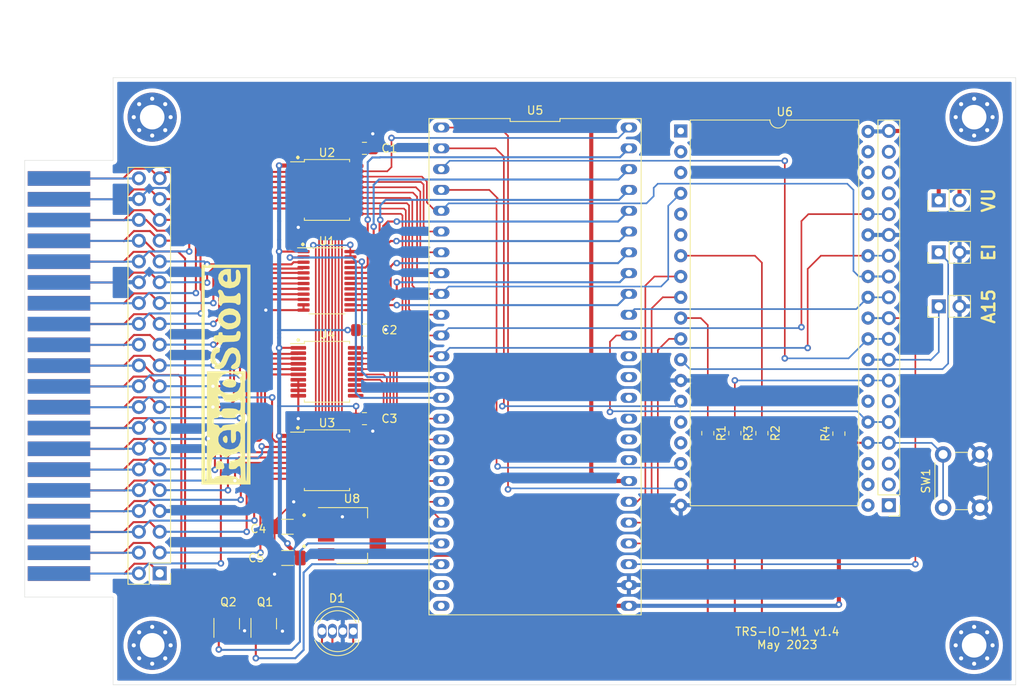
<source format=kicad_pcb>
(kicad_pcb (version 20211014) (generator pcbnew)
  (layers (0 "F.Cu" signal) (31 "B.Cu" signal) (34 "B.Paste" user) (35 "F.Paste" user) (36 "B.SilkS" user "B.Silkscreen") (37 "F.SilkS" user "F.Silkscreen") (38 "B.Mask" user) (39 "F.Mask" user) (44 "Edge.Cuts" user))
  (net 0 "")
  (net 1 "+5V")
  (net 2 "GND")
  (net 3 "+3V3")
  (net 4 "RAS_N")
  (net 5 "SYSRES_N")
  (net 6 "CAS_N")
  (net 7 "A10")
  (net 8 "A12")
  (net 9 "A13")
  (net 10 "A15")
  (net 11 "A11")
  (net 12 "A14")
  (net 13 "A8")
  (net 14 "OUT_N")
  (net 15 "WR_N")
  (net 16 "INTACK_N")
  (net 17 "RD_N")
  (net 18 "MUX")
  (net 19 "A9")
  (net 20 "D4")
  (net 21 "IN_N")
  (net 22 "D7")
  (net 23 "INT_N")
  (net 24 "D1")
  (net 25 "TEST_N")
  (net 26 "D6")
  (net 27 "A0")
  (net 28 "D3")
  (net 29 "A1")
  (net 30 "D5")
  (net 31 "D0")
  (net 32 "A4")
  (net 33 "D2")
  (net 34 "WAIT_N")
  (net 35 "A3")
  (net 36 "A5")
  (net 37 "A7")
  (net 38 "A6")
  (net 39 "5V")
  (net 40 "A2")
  (net 41 "WAIT")
  (net 42 "+1V8")
  (net 43 "EI")
  (net 44 "AA0_9")
  (net 45 "AA1_8")
  (net 46 "AA4_14")
  (net 47 "ESP_S0")
  (net 48 "ESP_S1")
  (net 49 "SCK")
  (net 50 "MOSI")
  (net 51 "AA3_11")
  (net 52 "AA5_15")
  (net 53 "AA7_13")
  (net 54 "AA6_12")
  (net 55 "AA2_10")
  (net 56 "READ_N")
  (net 57 "MISO")
  (net 58 "DD3")
  (net 59 "DD4")
  (net 60 "DD5")
  (net 61 "DD6")
  (net 62 "DD7")
  (net 63 "DD2")
  (net 64 "DD0")
  (net 65 "DD1")
  (net 66 "A1_MUX")
  (net 67 "A0_MUX")
  (net 76 "DBUS_SEL_N")
  (net 77 "BUTTON")
  (net 78 "LED_GREEN")
  (net 79 "LED_BLUE")
  (net 80 "LED_RED")
  (net 81 "Net-(D1-Pad4)")
  (net 82 "Net-(D1-Pad3)")
  (net 83 "Net-(D1-Pad1)")
  (net 85 "CS_SD_CARD")
  (net 87 "VU")
  (net 88 "FULL_ADDR")
  (net 89 "INT")
  (net 90 "DONE")
  (net 92 "CS_FPGA")
  (net 93 "ESP_S2")
  (net 96 "REQ")
  (net 101 "Z80_WR_N")
  (net 102 "Z80_RD_N")
  (net 103 "Z80_RAS_N")
  (net 104 "Z80_OUT_N")
  (net 105 "Z80_IN_N")
  (footprint "Connector_PinHeader_2.54mm:PinHeader_2x20_P2.54mm_Vertical" (layer "F.Cu") (at 119.2784 116.6876 180)
    (fp_text reference "J1" hide)
    (fp_text value "Conn_02x20_Odd_Even")
  )
  (footprint "TRS-IO-M1:TRSEDGE" (layer "F.Cu") (at 105.2068 92.71 -90)
    (fp_text reference "J2" hide)
    (fp_text value "Conn_02x20_Odd_Even")
  )
  (footprint "MountingHole:MountingHole_3mm_Pad_Via" (layer "F.Cu") (at 118.364 60.96)
    (fp_text reference "H1" hide)
    (fp_text value "MountingHole")
  )
  (footprint "MountingHole:MountingHole_3mm_Pad_Via" (layer "F.Cu") (at 218.694 60.96)
    (fp_text reference "H2" hide)
    (fp_text value "MountingHole")
  )
  (footprint "MountingHole:MountingHole_3mm_Pad_Via" (layer "F.Cu") (at 118.364 125.476)
    (fp_text reference "H3" hide)
    (fp_text value "MountingHole")
  )
  (footprint "MountingHole:MountingHole_3mm_Pad_Via" (layer "F.Cu") (at 218.694 125.476)
    (fp_text reference "H4" hide)
    (fp_text value "MountingHole")
  )
  (footprint "Resistor_SMD:R_0805_2012Metric_Pad1.20x1.40mm_HandSolder" (layer "F.Cu") (at 186.182 99.568 -90)
    (fp_text reference "R1")
    (fp_text value "100")
  )
  (footprint "Resistor_SMD:R_0805_2012Metric_Pad1.20x1.40mm_HandSolder" (layer "F.Cu") (at 192.786 99.568 -90)
    (fp_text reference "R2")
    (fp_text value "100")
  )
  (footprint "Capacitor_SMD:C_0805_2012Metric_Pad1.18x1.45mm_HandSolder" (layer "F.Cu") (at 144.272 86.9696)
    (fp_text reference "C2")
    (fp_text value "0.1uF")
  )
  (footprint "TRS-IO-M1:DIP-48_W22.9mm" (layer "F.Cu") (at 165.1 91.44 -90)
    (fp_text reference "U5")
    (fp_text value "Tango_Nano_9K")
  )
  (footprint "Package_TO_SOT_SMD:SOT-223-3_TabPin2" (layer "F.Cu") (at 142.748 112.0648)
    (fp_text reference "U8")
    (fp_text value "AMS1117-1.8")
  )
  (footprint "Package_SO:TSSOP-24_4.4x7.8mm_P0.65mm" (layer "F.Cu") (at 139.7 80.956666)
    (fp_text reference "U1")
    (fp_text value "SN74LVCH8T245")
  )
  (footprint "Capacitor_SMD:C_0805_2012Metric_Pad1.18x1.45mm_HandSolder" (layer "F.Cu") (at 144.272 64.77)
    (fp_text reference "C1")
    (fp_text value "0.1uF")
  )
  (footprint "Connector_PinHeader_2.54mm:PinHeader_1x02_P2.54mm_Vertical" (layer "F.Cu") (at 214.371 71.12 90)
    (fp_text reference "J4" hide)
    (fp_text value "Conn_01x02_Male")
  )
  (footprint "TRS-IO-M1:DIP-38_W22.9mm" (layer "F.Cu") (at 182.88 62.645)
    (fp_text reference "U6")
    (fp_text value "HiLetgo-ESP-32S")
  )
  (footprint "Resistor_SMD:R_0805_2012Metric_Pad1.20x1.40mm_HandSolder" (layer "F.Cu") (at 202.184 99.6188 90)
    (fp_text reference "R4")
    (fp_text value "4K7")
  )
  (footprint "Connector_PinHeader_2.54mm:PinHeader_1x02_P2.54mm_Vertical" (layer "F.Cu") (at 214.376 84.074 90)
    (fp_text reference "J5" hide)
    (fp_text value "Conn_01x02_Male")
  )
  (footprint "Capacitor_SMD:C_0805_2012Metric_Pad1.18x1.45mm_HandSolder" (layer "F.Cu") (at 144.272 97.79)
    (fp_text reference "C3")
    (fp_text value "0.1uF")
  )
  (footprint "Connector_PinHeader_2.54mm:PinHeader_1x02_P2.54mm_Vertical" (layer "F.Cu") (at 214.371 77.47 90)
    (fp_text reference "J3" hide)
    (fp_text value "Conn_01x02_Male")
  )
  (footprint "Capacitor_SMD:C_1206_3216Metric_Pad1.33x1.80mm_HandSolder" (layer "F.Cu") (at 134.874 110.998 180)
    (fp_text reference "C4")
    (fp_text value "10u")
  )
  (footprint "LOGO" (layer "F.Cu") (at 127.3048 92.4052 90)
    (fp_text reference "G1" hide)
    (fp_text value "LOGO" hide)
  )
  (footprint "Package_TO_SOT_SMD:SOT-23" (layer "F.Cu") (at 131.9784 122.8344 90)
    (fp_text reference "Q1")
    (fp_text value "2N7002")
  )
  (footprint "Resistor_SMD:R_0805_2012Metric_Pad1.20x1.40mm_HandSolder" (layer "F.Cu") (at 189.484 99.568 -90)
    (fp_text reference "R3")
    (fp_text value "100")
  )
  (footprint "TRS-IO-M1:SSOP-20_5.3x7.2mm_P0.65mm_slim" (layer "F.Cu") (at 139.7 69.85)
    (fp_text reference "U2")
    (fp_text value "74LVC245")
  )
  (footprint "Connector_PinHeader_2.54mm:PinHeader_1x19_P2.54mm_Vertical" (layer "F.Cu") (at 208.28 108.37 180)
    (fp_text reference "J6" hide)
    (fp_text value "Conn_01x19")
  )
  (footprint "Package_TO_SOT_SMD:SOT-23" (layer "F.Cu") (at 127.4572 122.8344 90)
    (fp_text reference "Q2")
    (fp_text value "2N7002")
  )
  (footprint "LED_THT:LED_D5.0mm-4_RGB" (layer "F.Cu") (at 142.9004 123.7488 180)
    (fp_text reference "D1")
    (fp_text value "LED_RCBG")
  )
  (footprint "TRS-IO-M1:SSOP-20_5.3x7.2mm_P0.65mm_slim" (layer "F.Cu") (at 139.7 102.87)
    (fp_text reference "U3")
    (fp_text value "74LVC245")
  )
  (footprint "Button_Switch_THT:SW_PUSH_6mm_H9.5mm" (layer "F.Cu") (at 219.4052 102.1588 -90)
    (fp_text reference "SW1")
    (fp_text value "SW_Push")
  )
  (footprint "TRS-IO-M1:SSOP-20_5.3x7.2mm_P0.65mm_slim" (layer "F.Cu") (at 139.7 92.063332)
    (fp_text reference "U4")
    (fp_text value "74LVC245")
  )
  (footprint "Capacitor_SMD:C_1206_3216Metric_Pad1.33x1.80mm_HandSolder" (layer "F.Cu") (at 134.874 114.808 180)
    (fp_text reference "C5")
    (fp_text value "100u")
  )
  (gr_line (start 113.5888 130.302) (end 223.774 130.302) (layer "Edge.Cuts") (width 0.05))
  (gr_line (start 102.7938 119.5832) (end 102.7938 66.2432) (layer "Edge.Cuts") (width 0.05))
  (gr_line (start 113.5889 66.2432) (end 113.5889 56.134) (layer "Edge.Cuts") (width 0.05))
  (gr_line (start 223.774 56.134) (end 223.774 130.302) (layer "Edge.Cuts") (width 0.05))
  (gr_line (start 113.589 56.134) (end 223.774 56.134) (layer "Edge.Cuts") (width 0.05))
  (gr_line (start 113.5888 119.5832) (end 113.5888 130.302) (layer "Edge.Cuts") (width 0.05))
  (gr_line (start 102.7938 119.5832) (end 113.5888 119.5832) (layer "Edge.Cuts") (width 0.05))
  (gr_line (start 102.7938 66.2432) (end 113.5888 66.2432) (layer "Edge.Cuts") (width 0.05))
  (gr_text "." (at 136.144 98.298) (layer "F.SilkS") (effects (font (size 1.5 1.5) (thickness 0.3))))
  (gr_text "." (at 136.906 112.776) (layer "F.SilkS") (effects (font (size 1.5 1.5) (thickness 0.3))))
  (gr_text "." (at 136.144 65.278) (layer "F.SilkS") (effects (font (size 1.5 1.5) (thickness 0.3))))
  (gr_text "." (at 136.1948 87.5792) (layer "F.SilkS") (effects (font (size 1.5 1.5) (thickness 0.3))))
  (gr_text "EI" (at 220.464771 77.47 90) (layer "F.SilkS") (effects (font (size 1.5 1.5) (thickness 0.3))))
  (gr_text "A15" (at 220.472 84.074 90) (layer "F.SilkS") (effects (font (size 1.5 1.5) (thickness 0.3))))
  (gr_text "." (at 136.906 108.966) (layer "F.SilkS") (effects (font (size 1.5 1.5) (thickness 0.3))))
  (gr_text "TRS-IO-M1 v1.4\nMay 2023" (at 195.8848 124.6124) (layer "F.SilkS") (effects (font (size 1 1))))
  (gr_text "." (at 136.7536 75.8952) (layer "F.SilkS") (effects (font (size 1.5 1.5) (thickness 0.3))))
  (gr_text "VU" (at 220.450815 71.12 90) (layer "F.SilkS") (effects (font (size 1.5 1.5) (thickness 0.3))))
  (segment (start 208.28 62.65) (end 213.272 62.65) (width 0.50038) (layer "F.Cu") (net 1))
  (segment (start 213.272 62.65) (end 214.376 63.754) (width 0.50038) (layer "F.Cu") (net 1))
  (segment (start 214.376 63.754) (end 214.371 63.759) (width 0.50038) (layer "F.Cu") (net 1))
  (segment (start 214.371 63.759) (end 214.371 71.12) (width 0.50038) (layer "F.Cu") (net 1))
  (segment (start 205.74 62.7085) (end 208.2215 62.7085) (width 0.50038) (layer "B.Cu") (net 1))
  (segment (start 208.2215 62.7085) (end 208.28 62.65) (width 0.50038) (layer "B.Cu") (net 1))
  (segment (start 133.3115 110.2745) (end 133.3115 110.998) (width 0.2) (layer "F.Cu") (net 2))
  (segment (start 135.636 107.95) (end 133.3115 110.2745) (width 0.2) (layer "F.Cu") (net 2))
  (segment (start 136.2 94.988332) (end 136.2 97.7848) (width 0.25) (layer "F.Cu") (net 2))
  (segment (start 145.3896 89.3572) (end 145.3896 87.0497) (width 0.25) (layer "F.Cu") (net 2))
  (segment (start 145.3896 87.0497) (end 145.3095 86.9696) (width 0.25) (layer "F.Cu") (net 2))
  (segment (start 132.232866 84.531666) (end 132.2324 84.5312) (width 0.25) (layer "F.Cu") (net 2))
  (segment (start 136.2 105.795) (end 136.2 107.386) (width 0.2) (layer "F.Cu") (net 2))
  (segment (start 116.1796 107.8484) (end 118.0592 107.8484) (width 0.25) (layer "F.Cu") (net 2))
  (segment (start 145.3095 63.0135) (end 145.288 62.992) (width 0.2) (layer "F.Cu") (net 2))
  (segment (start 143.2 89.788332) (end 144.958468 89.788332) (width 0.25) (layer "F.Cu") (net 2))
  (segment (start 145.3095 64.77) (end 145.3095 63.0135) (width 0.2) (layer "F.Cu") (net 2))
  (segment (start 145.3095 99.2925) (end 145.288 99.314) (width 0.2) (layer "F.Cu") (net 2))
  (segment (start 118.0592 107.8484) (end 119.2784 109.0676) (width 0.25) (layer "F.Cu") (net 2))
  (segment (start 136.2 74.4168) (end 136.1948 74.422) (width 0.25) (layer "F.Cu") (net 2))
  (segment (start 144.983666 84.531666) (end 145.3388 84.8868) (width 0.25) (layer "F.Cu") (net 2))
  (segment (start 141.5656 109.7648) (end 141.5796 109.7788) (width 0.50038) (layer "F.Cu") (net 2))
  (segment (start 133.3115 114.808) (end 133.3115 110.998) (width 0.2) (layer "F.Cu") (net 2))
  (segment (start 145.3388 84.8868) (end 145.3388 86.9403) (width 0.25) (layer "F.Cu") (net 2))
  (segment (start 133.3115 114.808) (end 133.3115 116.7769) (width 0.2) (layer "F.Cu") (net 2))
  (segment (start 139.598 109.7648) (end 141.5656 109.7648) (width 0.50038) (layer "F.Cu") (net 2))
  (segment (start 136.2 94.338332) (end 136.2 94.988332) (width 0.25) (layer "F.Cu") (net 2))
  (segment (start 145.3388 86.9403) (end 145.3095 86.9696) (width 0.25) (layer "F.Cu") (net 2))
  (segment (start 114.8842 109.093) (end 114.9096 109.1184) (width 0.25) (layer "F.Cu") (net 2))
  (segment (start 146.812 86.9696) (end 146.8628 86.9188) (width 0.25) (layer "F.Cu") (net 2))
  (segment (start 128.4072 123.7719) (end 129.5677 123.7719) (width 0.25) (layer "F.Cu") (net 2))
  (segment (start 114.9096 109.1184) (end 116.1796 107.8484) (width 0.25) (layer "F.Cu") (net 2))
  (segment (start 106.9848 109.093) (end 114.8842 109.093) (width 0.25) (layer "F.Cu") (net 2))
  (segment (start 134.2413 123.7719) (end 134.2644 123.7488) (width 0.25) (layer "F.Cu") (net 2))
  (segment (start 136.2 93.038332) (end 136.2 93.688332) (width 0.25) (layer "F.Cu") (net 2))
  (segment (start 145.3095 86.9696) (end 146.812 86.9696) (width 0.25) (layer "F.Cu") (net 2))
  (segment (start 142.5625 84.531666) (end 144.983666 84.531666) (width 0.25) (layer "F.Cu") (net 2))
  (segment (start 145.3095 97.79) (end 145.3095 99.2925) (width 0.2) (layer "F.Cu") (net 2))
  (segment (start 136.2 72.775) (end 136.2 74.4168) (width 0.25) (layer "F.Cu") (net 2))
  (segment (start 133.3115 116.7769) (end 133.2992 116.7892) (width 0.2) (layer "F.Cu") (net 2))
  (segment (start 136.8375 83.881666) (end 136.8375 84.531666) (width 0.25) (layer "F.Cu") (net 2))
  (segment (start 136.2 97.7848) (end 136.1948 97.79) (width 0.25) (layer "F.Cu") (net 2))
  (segment (start 136.2 107.386) (end 135.636 107.95) (width 0.2) (layer "F.Cu") (net 2))
  (segment (start 136.2 93.688332) (end 136.2 94.338332) (width 0.25) (layer "F.Cu") (net 2))
  (segment (start 129.5677 123.7719) (end 129.6416 123.698) (width 0.25) (layer "F.Cu") (net 2))
  (segment (start 132.9284 123.7719) (end 134.2413 123.7719) (width 0.25) (layer "F.Cu") (net 2))
  (segment (start 144.958468 89.788332) (end 145.3896 89.3572) (width 0.25) (layer "F.Cu") (net 2))
  (segment (start 136.8375 84.531666) (end 132.232866 84.531666) (width 0.25) (layer "F.Cu") (net 2))
  (via (at 136.1948 74.422) (size 0.8) (drill 0.4) (layers "F.Cu" "B.Cu") (net 2))
  (via (at 134.2644 123.7488) (size 0.8) (drill 0.4) (layers "F.Cu" "B.Cu") (net 2))
  (via (at 146.8628 86.9188) (size 0.8) (drill 0.4) (layers "F.Cu" "B.Cu") (net 2))
  (via (at 129.6416 123.698) (size 0.8) (drill 0.4) (layers "F.Cu" "B.Cu") (net 2))
  (via (at 145.288 99.314) (size 0.8) (drill 0.4) (layers "F.Cu" "B.Cu") (net 2))
  (via (at 136.1948 97.79) (size 0.8) (drill 0.4) (layers "F.Cu" "B.Cu") (net 2))
  (via (at 135.636 107.95) (size 0.8) (drill 0.4) (layers "F.Cu" "B.Cu") (net 2))
  (via (at 132.2324 84.5312) (size 0.8) (drill 0.4) (layers "F.Cu" "B.Cu") (net 2))
  (via (at 133.2992 116.7892) (size 0.8) (drill 0.4) (layers "F.Cu" "B.Cu") (net 2))
  (via (at 141.5796 109.7788) (size 0.8) (drill 0.4) (layers "F.Cu" "B.Cu") (net 2))
  (via (at 145.288 62.992) (size 0.8) (drill 0.4) (layers "F.Cu" "B.Cu") (net 2))
  (segment (start 116.7384 70.9676) (end 118.1034 69.6026) (width 0.25) (layer "B.Cu") (net 2))
  (segment (start 116.713 81.153) (end 116.7384 81.1276) (width 0.25) (layer "B.Cu") (net 2))
  (segment (start 106.9848 70.993) (end 116.713 70.993) (width 0.25) (layer "B.Cu") (net 2))
  (segment (start 106.9848 81.153) (end 116.713 81.153) (width 0.25) (layer "B.Cu") (net 2))
  (segment (start 116.7384 81.1276) (end 117.9134 79.9526) (width 0.25) (layer "B.Cu") (net 2))
  (segment (start 117.9134 79.9526) (end 123.0442 79.9526) (width 0.25) (layer "B.Cu") (net 2))
  (segment (start 116.713 70.993) (end 116.7384 70.9676) (width 0.25) (layer "B.Cu") (net 2))
  (segment (start 121.4054 69.6026) (end 121.412 69.596) (width 0.25) (layer "B.Cu") (net 2))
  (segment (start 118.1034 69.6026) (end 121.4054 69.6026) (width 0.25) (layer "B.Cu") (net 2))
  (segment (start 143.2345 97.79) (end 143.2345 99.9105) (width 0.2) (layer "F.Cu") (net 3))
  (segment (start 173.8376 120.65) (end 176.55 120.65) (width 0.50038) (layer "F.Cu") (net 3))
  (segment (start 143.2345 66.8905) (end 143.2 66.925) (width 0.2) (layer "F.Cu") (net 3))
  (segment (start 143.2345 89.103832) (end 143.2 89.138332) (width 0.25) (layer "F.Cu") (net 3))
  (segment (start 139.598 114.3648) (end 139.64819 114.41499) (width 0.50038) (layer "F.Cu") (net 3))
  (segment (start 143.2345 96.2875) (end 143.256 96.266) (width 0.2) (layer "F.Cu") (net 3))
  (segment (start 136.2 89.138332) (end 133.873668 89.138332) (width 0.25) (layer "F.Cu") (net 3))
  (segment (start 133.873668 89.138332) (end 133.858 89.154) (width 0.25) (layer "F.Cu") (net 3))
  (segment (start 136.8375 77.381666) (end 133.871266 77.381666) (width 0.25) (layer "F.Cu") (net 3))
  (segment (start 172.17459 114.41499) (end 173.1264 115.3668) (width 0.50038) (layer "F.Cu") (net 3))
  (segment (start 136.8797 114.3648) (end 136.4365 114.808) (width 0.50038) (layer "F.Cu") (net 3))
  (segment (start 136.2 66.925) (end 143.2 66.925) (width 0.2) (layer "F.Cu") (net 3))
  (segment (start 133.858 66.8755) (end 133.85821 66.87529) (width 0.50038) (layer "F.Cu") (net 3))
  (segment (start 143.2345 97.79) (end 143.2345 96.2875) (width 0.2) (layer "F.Cu") (net 3))
  (segment (start 143.2345 64.77) (end 143.2345 66.8905) (width 0.2) (layer "F.Cu") (net 3))
  (segment (start 133.858 99.8955) (end 133.85821 99.89529) (width 0.50038) (layer "F.Cu") (net 3))
  (segment (start 143.2345 86.9696) (end 142.22498 86.9696) (width 0.25) (layer "F.Cu") (net 3))
  (segment (start 139.598 114.3648) (end 136.8797 114.3648) (width 0.50038) (layer "F.Cu") (net 3))
  (segment (start 134.874 113.03) (end 134.874 113.2455) (width 0.50038) (layer "F.Cu") (net 3))
  (segment (start 173.1264 119.9388) (end 173.8376 120.65) (width 0.50038) (layer "F.Cu") (net 3))
  (segment (start 202.184 120.4976) (end 202.184 100.6188) (width 0.50038) (layer "F.Cu") (net 3))
  (segment (start 173.1264 115.3668) (end 173.1264 119.9388) (width 0.50038) (layer "F.Cu") (net 3))
  (segment (start 133.85821 99.89529) (end 135.613052 99.89529) (width 0.50038) (layer "F.Cu") (net 3))
  (segment (start 133.871266 77.381666) (end 133.858 77.3684) (width 0.25) (layer "F.Cu") (net 3))
  (segment (start 143.2345 99.9105) (end 143.2 99.945) (width 0.2) (layer "F.Cu") (net 3))
  (segment (start 143.2345 86.9696) (end 143.2345 89.103832) (width 0.25) (layer "F.Cu") (net 3))
  (segment (start 139.64819 114.41499) (end 172.17459 114.41499) (width 0.50038) (layer "F.Cu") (net 3))
  (segment (start 134.874 113.2455) (end 136.4365 114.808) (width 0.50038) (layer "F.Cu") (net 3))
  (segment (start 133.85821 66.87529) (end 135.613052 66.87529) (width 0.50038) (layer "F.Cu") (net 3))
  (via (at 143.256 96.266) (size 0.8) (drill 0.4) (layers "F.Cu" "B.Cu") (net 3))
  (via (at 133.858 66.8755) (size 0.8) (drill 0.4) (layers "F.Cu" "B.Cu") (net 3))
  (via (at 202.184 120.4976) (size 0.8) (drill 0.4) (layers "F.Cu" "B.Cu") (net 3))
  (via (at 133.858 89.154) (size 0.8) (drill 0.4) (layers "F.Cu" "B.Cu") (net 3))
  (via (at 133.858 77.3684) (size 0.8) (drill 0.4) (layers "F.Cu" "B.Cu") (net 3))
  (via (at 133.858 99.8955) (size 0.8) (drill 0.4) (layers "F.Cu" "B.Cu") (net 3))
  (via (at 142.22498 86.9696) (size 0.8) (drill 0.4) (layers "F.Cu" "B.Cu") (net 3))
  (via (at 134.874 113.03) (size 0.8) (drill 0.4) (layers "F.Cu" "B.Cu") (net 3))
  (segment (start 142.22498 86.9696) (end 133.9088 86.9696) (width 0.25) (layer "B.Cu") (net 3))
  (segment (start 143.256 96.266) (end 133.858 96.266) (width 0.2) (layer "B.Cu") (net 3))
  (segment (start 133.858 73.66) (end 133.858 66.8755) (width 0.50038) (layer "B.Cu") (net 3))
  (segment (start 133.858 87.0204) (end 133.858 77.724) (width 0.50038) (layer "B.Cu") (net 3))
  (segment (start 176.55 120.65) (end 202.0316 120.65) (width 0.50038) (layer "B.Cu") (net 3))
  (segment (start 133.858 77.216) (end 133.858 75.946) (width 0.50038) (layer "B.Cu") (net 3))
  (segment (start 133.858 75.946) (end 133.858 73.66) (width 0.50038) (layer "B.Cu") (net 3))
  (segment (start 133.858 77.3684) (end 133.858 77.216) (width 0.50038) (layer "B.Cu") (net 3))
  (segment (start 133.945701 99.983201) (end 133.945701 112.101701) (width 0.50038) (layer "B.Cu") (net 3))
  (segment (start 133.858 96.266) (end 133.858 99.8955) (width 0.50038) (layer "B.Cu") (net 3))
  (segment (start 133.858 87.376) (end 133.858 87.0204) (width 0.50038) (layer "B.Cu") (net 3))
  (segment (start 202.0316 120.65) (end 202.184 120.4976) (width 0.50038) (layer "B.Cu") (net 3))
  (segment (start 133.858 77.724) (end 133.858 77.3684) (width 0.50038) (layer "B.Cu") (net 3))
  (segment (start 133.858 89.154) (end 133.858 96.266) (width 0.50038) (layer "B.Cu") (net 3))
  (segment (start 133.858 99.8955) (end 133.945701 99.983201) (width 0.50038) (layer "B.Cu") (net 3))
  (segment (start 133.858 87.884) (end 133.858 89.154) (width 0.50038) (layer "B.Cu") (net 3))
  (segment (start 133.858 87.884) (end 133.858 87.376) (width 0.50038) (layer "B.Cu") (net 3))
  (segment (start 133.9088 86.9696) (end 133.858 87.0204) (width 0.25) (layer "B.Cu") (net 3))
  (segment (start 133.945701 112.101701) (end 134.874 113.03) (width 0.50038) (layer "B.Cu") (net 3))
  (segment (start 136.2 92.388332) (end 132.858868 92.388332) (width 0.25) (layer "F.Cu") (net 4))
  (segment (start 127.4064 100.4824) (end 126.746 101.1428) (width 0.25) (layer "F.Cu") (net 4))
  (segment (start 132.858868 92.388332) (end 132.1308 93.1164) (width 0.25) (layer "F.Cu") (net 4))
  (segment (start 132.1308 93.1164) (end 132.1308 99.822) (width 0.25) (layer "F.Cu") (net 4))
  (segment (start 132.1308 99.822) (end 131.4704 100.4824) (width 0.25) (layer "F.Cu") (net 4))
  (segment (start 126.746 101.1428) (end 126.746 115.4684) (width 0.25) (layer "F.Cu") (net 4))
  (segment (start 131.4704 100.4824) (end 127.4064 100.4824) (width 0.25) (layer "F.Cu") (net 4))
  (via (at 126.746 115.4684) (size 0.8) (drill 0.4) (layers "F.Cu" "B.Cu") (net 4))
  (segment (start 116.713 116.713) (end 116.7384 116.6876) (width 0.25) (layer "B.Cu") (net 4))
  (segment (start 126.746 115.4684) (end 117.9576 115.4684) (width 0.25) (layer "B.Cu") (net 4))
  (segment (start 117.9576 115.4684) (end 116.7384 116.6876) (width 0.25) (layer "B.Cu") (net 4))
  (segment (start 106.9848 116.713) (end 116.713 116.713) (width 0.25) (layer "B.Cu") (net 4))
  (segment (start 114.935 116.713) (end 114.9604 116.7384) (width 0.25) (layer "F.Cu") (net 5))
  (segment (start 116.1862 115.5126) (end 118.1034 115.5126) (width 0.25) (layer "F.Cu") (net 5))
  (segment (start 114.9604 116.7384) (end 116.1862 115.5126) (width 0.25) (layer "F.Cu") (net 5))
  (segment (start 118.1034 115.5126) (end 119.2784 116.6876) (width 0.25) (layer "F.Cu") (net 5))
  (segment (start 106.9848 116.713) (end 114.935 116.713) (width 0.25) (layer "F.Cu") (net 5))
  (segment (start 106.9848 114.173) (end 116.713 114.173) (width 0.25) (layer "B.Cu") (net 6))
  (segment (start 116.713 114.173) (end 116.7384 114.1476) (width 0.25) (layer "B.Cu") (net 6))
  (segment (start 116.0846 112.9726) (end 118.1034 112.9726) (width 0.25) (layer "F.Cu") (net 7))
  (segment (start 132.1672 105.145) (end 136.2 105.145) (width 0.25) (layer "F.Cu") (net 7))
  (segment (start 114.8842 114.173) (end 116.0846 112.9726) (width 0.25) (layer "F.Cu") (net 7))
  (segment (start 118.1034 112.9726) (end 119.2784 114.1476) (width 0.25) (layer "F.Cu") (net 7))
  (segment (start 131.572 114.1476) (end 131.572 105.7402) (width 0.25) (layer "F.Cu") (net 7))
  (segment (start 131.572 105.7402) (end 132.1672 105.145) (width 0.25) (layer "F.Cu") (net 7))
  (segment (start 106.9848 114.173) (end 114.8842 114.173) (width 0.25) (layer "F.Cu") (net 7))
  (via (at 131.572 114.1476) (size 0.8) (drill 0.4) (layers "F.Cu" "B.Cu") (net 7))
  (segment (start 119.2784 114.1476) (end 131.572 114.1476) (width 0.25) (layer "B.Cu") (net 7))
  (segment (start 130.8475 110.236) (end 130.81 110.1985) (width 0.25) (layer "F.Cu") (net 8))
  (segment (start 130.81 110.1985) (end 130.81 105.0544) (width 0.25) (layer "F.Cu") (net 8))
  (segment (start 130.81 105.0544) (end 131.3694 104.495) (width 0.25) (layer "F.Cu") (net 8))
  (segment (start 131.3694 104.495) (end 136.2 104.495) (width 0.25) (layer "F.Cu") (net 8))
  (via (at 130.8475 110.236) (size 0.8) (drill 0.4) (layers "F.Cu" "B.Cu") (net 8))
  (segment (start 116.713 111.633) (end 116.7384 111.6076) (width 0.25) (layer "B.Cu") (net 8))
  (segment (start 130.8409 110.2426) (end 130.8475 110.236) (width 0.25) (layer "B.Cu") (net 8))
  (segment (start 106.9848 111.633) (end 116.713 111.633) (width 0.25) (layer "B.Cu") (net 8))
  (segment (start 118.1034 110.2426) (end 130.8409 110.2426) (width 0.25) (layer "B.Cu") (net 8))
  (segment (start 116.7384 111.6076) (end 118.1034 110.2426) (width 0.25) (layer "B.Cu") (net 8))
  (segment (start 130.556 103.8352) (end 136.1902 103.8352) (width 0.25) (layer "F.Cu") (net 9))
  (segment (start 118.1034 110.4326) (end 119.2784 111.6076) (width 0.25) (layer "F.Cu") (net 9))
  (segment (start 116.0846 110.4326) (end 118.1034 110.4326) (width 0.25) (layer "F.Cu") (net 9))
  (segment (start 106.9848 111.633) (end 114.8842 111.633) (width 0.25) (layer "F.Cu") (net 9))
  (segment (start 114.8842 111.633) (end 116.0846 110.4326) (width 0.25) (layer "F.Cu") (net 9))
  (segment (start 129.8956 111.6076) (end 129.8956 104.4956) (width 0.25) (layer "F.Cu") (net 9))
  (segment (start 129.8956 104.4956) (end 130.556 103.8352) (width 0.25) (layer "F.Cu") (net 9))
  (segment (start 136.1902 103.8352) (end 136.2 103.845) (width 0.25) (layer "F.Cu") (net 9))
  (via (at 129.8956 111.6076) (size 0.8) (drill 0.4) (layers "F.Cu" "B.Cu") (net 9))
  (segment (start 119.2784 111.6076) (end 129.8956 111.6076) (width 0.25) (layer "B.Cu") (net 9))
  (segment (start 129.1844 107.6827) (end 129.1844 103.7844) (width 0.25) (layer "F.Cu") (net 10))
  (segment (start 129.7738 103.195) (end 136.2 103.195) (width 0.25) (layer "F.Cu") (net 10))
  (segment (start 129.1711 107.696) (end 129.1844 107.6827) (width 0.25) (layer "F.Cu") (net 10))
  (segment (start 129.1844 103.7844) (end 129.7738 103.195) (width 0.25) (layer "F.Cu") (net 10))
  (via (at 129.1711 107.696) (size 0.8) (drill 0.4) (layers "F.Cu" "B.Cu") (net 10))
  (segment (start 116.713 109.093) (end 116.7384 109.0676) (width 0.25) (layer "B.Cu") (net 10))
  (segment (start 118.1034 107.7026) (end 129.1645 107.7026) (width 0.25) (layer "B.Cu") (net 10))
  (segment (start 106.9848 109.093) (end 116.713 109.093) (width 0.25) (layer "B.Cu") (net 10))
  (segment (start 116.7384 109.0676) (end 118.1034 107.7026) (width 0.25) (layer "B.Cu") (net 10))
  (segment (start 129.1645 107.7026) (end 129.1711 107.696) (width 0.25) (layer "B.Cu") (net 10))
  (segment (start 128.4732 103.0224) (end 128.9506 102.545) (width 0.25) (layer "F.Cu") (net 11))
  (segment (start 128.4732 105.3459) (end 128.4732 103.0224) (width 0.25) (layer "F.Cu") (net 11))
  (segment (start 128.9506 102.545) (end 136.2 102.545) (width 0.25) (layer "F.Cu") (net 11))
  (segment (start 128.4599 105.3592) (end 128.4732 105.3459) (width 0.25) (layer "F.Cu") (net 11))
  (via (at 128.4599 105.3592) (size 0.8) (drill 0.4) (layers "F.Cu" "B.Cu") (net 11))
  (segment (start 106.9848 106.553) (end 116.713 106.553) (width 0.25) (layer "B.Cu") (net 11))
  (segment (start 116.713 106.553) (end 116.7384 106.5276) (width 0.25) (layer "B.Cu") (net 11))
  (segment (start 128.4533 105.3526) (end 128.4599 105.3592) (width 0.25) (layer "B.Cu") (net 11))
  (segment (start 117.9134 105.3526) (end 128.4533 105.3526) (width 0.25) (layer "B.Cu") (net 11))
  (segment (start 116.7384 106.5276) (end 117.9134 105.3526) (width 0.25) (layer "B.Cu") (net 11))
  (segment (start 114.9604 106.5784) (end 116.1862 105.3526) (width 0.25) (layer "F.Cu") (net 12))
  (segment (start 116.1862 105.3526) (end 118.1034 105.3526) (width 0.25) (layer "F.Cu") (net 12))
  (segment (start 114.935 106.553) (end 114.9604 106.5784) (width 0.25) (layer "F.Cu") (net 12))
  (segment (start 127.6096 102.362) (end 128.0766 101.895) (width 0.25) (layer "F.Cu") (net 12))
  (segment (start 106.9848 106.553) (end 114.935 106.553) (width 0.25) (layer "F.Cu") (net 12))
  (segment (start 127.6096 106.5276) (end 127.6096 102.362) (width 0.25) (layer "F.Cu") (net 12))
  (segment (start 128.0766 101.895) (end 136.2 101.895) (width 0.25) (layer "F.Cu") (net 12))
  (segment (start 118.1034 105.3526) (end 119.2784 106.5276) (width 0.25) (layer "F.Cu") (net 12))
  (via (at 127.6096 106.5276) (size 0.8) (drill 0.4) (layers "F.Cu" "B.Cu") (net 12))
  (segment (start 119.2784 106.5276) (end 127.6096 106.5276) (width 0.25) (layer "B.Cu") (net 12))
  (segment (start 131.7244 101.1705) (end 131.7989 101.245) (width 0.25) (layer "F.Cu") (net 13))
  (segment (start 131.7989 101.245) (end 136.2 101.245) (width 0.25) (layer "F.Cu") (net 13))
  (via (at 131.7244 101.1705) (size 0.8) (drill 0.4) (layers "F.Cu" "B.Cu") (net 13))
  (segment (start 131.2606 102.6226) (end 131.7752 102.108) (width 0.25) (layer "B.Cu") (net 13))
  (segment (start 118.1034 102.6226) (end 131.2606 102.6226) (width 0.25) (layer "B.Cu") (net 13))
  (segment (start 131.7752 101.2213) (end 131.7244 101.1705) (width 0.25) (layer "B.Cu") (net 13))
  (segment (start 116.7384 103.9876) (end 118.1034 102.6226) (width 0.25) (layer "B.Cu") (net 13))
  (segment (start 116.713 104.013) (end 116.7384 103.9876) (width 0.25) (layer "B.Cu") (net 13))
  (segment (start 131.7752 102.108) (end 131.7752 101.2213) (width 0.25) (layer "B.Cu") (net 13))
  (segment (start 106.9848 104.013) (end 116.713 104.013) (width 0.25) (layer "B.Cu") (net 13))
  (segment (start 131.6808 99.2052) (end 130.9624 99.9236) (width 0.25) (layer "F.Cu") (net 14))
  (segment (start 118.1034 102.8126) (end 119.2784 103.9876) (width 0.25) (layer "F.Cu") (net 14))
  (segment (start 116.0846 102.8126) (end 118.1034 102.8126) (width 0.25) (layer "F.Cu") (net 14))
  (segment (start 132.391268 91.738332) (end 131.6808 92.4488) (width 0.25) (layer "F.Cu") (net 14))
  (segment (start 131.6808 92.4488) (end 131.6808 99.2052) (width 0.25) (layer "F.Cu") (net 14))
  (segment (start 126.0215 100.5465) (end 126.0215 104.0384) (width 0.25) (layer "F.Cu") (net 14))
  (segment (start 106.9848 104.013) (end 114.8842 104.013) (width 0.25) (layer "F.Cu") (net 14))
  (segment (start 130.9624 99.9236) (end 126.6444 99.9236) (width 0.25) (layer "F.Cu") (net 14))
  (segment (start 126.6444 99.9236) (end 126.0215 100.5465) (width 0.25) (layer "F.Cu") (net 14))
  (segment (start 136.2 91.738332) (end 132.391268 91.738332) (width 0.25) (layer "F.Cu") (net 14))
  (segment (start 114.8842 104.013) (end 116.0846 102.8126) (width 0.25) (layer "F.Cu") (net 14))
  (via (at 126.0215 104.0384) (size 0.8) (drill 0.4) (layers "F.Cu" "B.Cu") (net 14))
  (segment (start 126.0215 104.0384) (end 125.9707 103.9876) (width 0.25) (layer "B.Cu") (net 14))
  (segment (start 125.9707 103.9876) (end 119.2784 103.9876) (width 0.25) (layer "B.Cu") (net 14))
  (segment (start 131.2308 98.7408) (end 130.556 99.4156) (width 0.25) (layer "F.Cu") (net 15))
  (segment (start 130.556 99.4156) (end 126.3396 99.4156) (width 0.25) (layer "F.Cu") (net 15))
  (segment (start 136.2 91.088332) (end 131.923668 91.088332) (width 0.25) (layer "F.Cu") (net 15))
  (segment (start 126.3396 99.4156) (end 125.3236 100.4316) (width 0.25) (layer "F.Cu") (net 15))
  (segment (start 131.2308 91.7812) (end 131.2308 98.7408) (width 0.25) (layer "F.Cu") (net 15))
  (segment (start 131.923668 91.088332) (end 131.2308 91.7812) (width 0.25) (layer "F.Cu") (net 15))
  (segment (start 125.3236 100.4316) (end 125.222 100.33) (width 0.25) (layer "F.Cu") (net 15))
  (segment (start 125.222 100.33) (end 125.222 100.2284) (width 0.25) (layer "F.Cu") (net 15))
  (via (at 125.222 100.2284) (size 0.8) (drill 0.4) (layers "F.Cu" "B.Cu") (net 15))
  (segment (start 125.1778 100.2726) (end 117.9134 100.2726) (width 0.25) (layer "B.Cu") (net 15))
  (segment (start 106.9848 101.473) (end 116.713 101.473) (width 0.25) (layer "B.Cu") (net 15))
  (segment (start 116.713 101.473) (end 116.7384 101.4476) (width 0.25) (layer "B.Cu") (net 15))
  (segment (start 125.222 100.2284) (end 125.1778 100.2726) (width 0.25) (layer "B.Cu") (net 15))
  (segment (start 117.9134 100.2726) (end 116.7384 101.4476) (width 0.25) (layer "B.Cu") (net 15))
  (segment (start 118.1034 100.2726) (end 119.2784 101.4476) (width 0.25) (layer "F.Cu") (net 16))
  (segment (start 116.1354 100.2726) (end 118.1034 100.2726) (width 0.25) (layer "F.Cu") (net 16))
  (segment (start 106.9848 101.473) (end 114.935 101.473) (width 0.25) (layer "F.Cu") (net 16))
  (segment (start 114.935 101.473) (end 116.1354 100.2726) (width 0.25) (layer "F.Cu") (net 16))
  (segment (start 129.8956 96.9132) (end 129.8956 90.9828) (width 0.25) (layer "F.Cu") (net 17))
  (segment (start 129.0762 97.7326) (end 129.8956 96.9132) (width 0.25) (layer "F.Cu") (net 17))
  (segment (start 130.440068 90.438332) (end 136.2 90.438332) (width 0.25) (layer "F.Cu") (net 17))
  (segment (start 129.8956 90.9828) (end 130.440068 90.438332) (width 0.25) (layer "F.Cu") (net 17))
  (via (at 129.0762 97.7326) (size 0.8) (drill 0.4) (layers "F.Cu" "B.Cu") (net 17))
  (segment (start 129.0762 97.7326) (end 117.9134 97.7326) (width 0.25) (layer "B.Cu") (net 17))
  (segment (start 106.9848 98.933) (end 116.713 98.933) (width 0.25) (layer "B.Cu") (net 17))
  (segment (start 116.713 98.933) (end 116.7384 98.9076) (width 0.25) (layer "B.Cu") (net 17))
  (segment (start 117.9134 97.7326) (end 116.7384 98.9076) (width 0.25) (layer "B.Cu") (net 17))
  (segment (start 114.9096 98.9584) (end 116.1354 97.7326) (width 0.25) (layer "F.Cu") (net 18))
  (segment (start 116.1354 97.7326) (end 118.1034 97.7326) (width 0.25) (layer "F.Cu") (net 18))
  (segment (start 118.1034 97.7326) (end 119.2784 98.9076) (width 0.25) (layer "F.Cu") (net 18))
  (segment (start 114.8842 98.933) (end 114.9096 98.9584) (width 0.25) (layer "F.Cu") (net 18))
  (segment (start 106.9848 98.933) (end 114.8842 98.933) (width 0.25) (layer "F.Cu") (net 18))
  (segment (start 133.4373 100.6205) (end 136.1745 100.6205) (width 0.25) (layer "F.Cu") (net 19))
  (segment (start 132.9944 100.1776) (end 133.4373 100.6205) (width 0.25) (layer "F.Cu") (net 19))
  (segment (start 136.1745 100.6205) (end 136.2 100.595) (width 0.25) (layer "F.Cu") (net 19))
  (segment (start 133.00831 95.1992) (end 132.9944 95.21311) (width 0.25) (layer "F.Cu") (net 19))
  (segment (start 132.9944 95.21311) (end 132.9944 100.1776) (width 0.25) (layer "F.Cu") (net 19))
  (via (at 133.00831 95.1992) (size 0.8) (drill 0.4) (layers "F.Cu" "B.Cu") (net 19))
  (segment (start 117.9134 95.1926) (end 116.7384 96.3676) (width 0.25) (layer "B.Cu") (net 19))
  (segment (start 116.713 96.393) (end 116.7384 96.3676) (width 0.25) (layer "B.Cu") (net 19))
  (segment (start 133.00831 95.1992) (end 133.00171 95.1926) (width 0.25) (layer "B.Cu") (net 19))
  (segment (start 133.00171 95.1926) (end 117.9134 95.1926) (width 0.25) (layer "B.Cu") (net 19))
  (segment (start 106.9848 96.393) (end 116.713 96.393) (width 0.25) (layer "B.Cu") (net 19))
  (segment (start 116.1354 95.1926) (end 118.1034 95.1926) (width 0.25) (layer "F.Cu") (net 20))
  (segment (start 118.1034 95.1926) (end 119.2784 96.3676) (width 0.25) (layer "F.Cu") (net 20))
  (segment (start 128.3428 84.727289) (end 128.3566 84.713489) (width 0.25) (layer "F.Cu") (net 20))
  (segment (start 127.6096 96.3676) (end 128.3428 95.6344) (width 0.25) (layer "F.Cu") (net 20))
  (segment (start 125.7808 96.3676) (end 127.6096 96.3676) (width 0.25) (layer "F.Cu") (net 20))
  (segment (start 128.3428 95.6344) (end 128.3428 84.727289) (width 0.25) (layer "F.Cu") (net 20))
  (segment (start 106.9848 96.393) (end 114.935 96.393) (width 0.25) (layer "F.Cu") (net 20))
  (segment (start 128.3566 83.9366) (end 129.061534 83.231666) (width 0.25) (layer "F.Cu") (net 20))
  (segment (start 114.935 96.393) (end 116.1354 95.1926) (width 0.25) (layer "F.Cu") (net 20))
  (segment (start 128.3566 84.713489) (end 128.3566 83.9366) (width 0.25) (layer "F.Cu") (net 20))
  (segment (start 129.061534 83.231666) (end 136.8375 83.231666) (width 0.25) (layer "F.Cu") (net 20))
  (via (at 125.7808 96.3676) (size 0.8) (drill 0.4) (layers "F.Cu" "B.Cu") (net 20))
  (segment (start 125.7808 96.3676) (end 119.2784 96.3676) (width 0.25) (layer "B.Cu") (net 20))
  (segment (start 136.109332 89.879) (end 136.2 89.788332) (width 0.25) (layer "F.Cu") (net 21))
  (segment (start 129.0828 92.5068) (end 129.0828 90.7288) (width 0.25) (layer "F.Cu") (net 21))
  (segment (start 129.0828 90.7288) (end 129.9326 89.879) (width 0.25) (layer "F.Cu") (net 21))
  (segment (start 129.9326 89.879) (end 136.109332 89.879) (width 0.25) (layer "F.Cu") (net 21))
  (via (at 129.0828 92.5068) (size 0.8) (drill 0.4) (layers "F.Cu" "B.Cu") (net 21))
  (segment (start 118.0592 92.5068) (end 116.7384 93.8276) (width 0.25) (layer "B.Cu") (net 21))
  (segment (start 129.0828 92.5068) (end 118.0592 92.5068) (width 0.25) (layer "B.Cu") (net 21))
  (segment (start 116.713 93.853) (end 116.7384 93.8276) (width 0.25) (layer "B.Cu") (net 21))
  (segment (start 106.9848 93.853) (end 116.713 93.853) (width 0.25) (layer "B.Cu") (net 21))
  (segment (start 127.1016 93.8276) (end 127.8928 93.0364) (width 0.25) (layer "F.Cu") (net 22))
  (segment (start 127.8928 84.540893) (end 127.9066 84.527093) (width 0.25) (layer "F.Cu") (net 22))
  (segment (start 118.1034 92.6526) (end 119.2784 93.8276) (width 0.25) (layer "F.Cu") (net 22))
  (segment (start 114.8842 93.853) (end 116.0846 92.6526) (width 0.25) (layer "F.Cu") (net 22))
  (segment (start 116.0846 92.6526) (end 118.1034 92.6526) (width 0.25) (layer "F.Cu") (net 22))
  (segment (start 106.9848 93.853) (end 114.8842 93.853) (width 0.25) (layer "F.Cu") (net 22))
  (segment (start 127.9066 83.269) (end 128.593934 82.581666) (width 0.25) (layer "F.Cu") (net 22))
  (segment (start 128.593934 82.581666) (end 136.8375 82.581666) (width 0.25) (layer "F.Cu") (net 22))
  (segment (start 125.7808 93.8276) (end 127.1016 93.8276) (width 0.25) (layer "F.Cu") (net 22))
  (segment (start 127.8928 93.0364) (end 127.8928 84.540893) (width 0.25) (layer "F.Cu") (net 22))
  (segment (start 127.9066 84.527093) (end 127.9066 83.269) (width 0.25) (layer "F.Cu") (net 22))
  (via (at 125.7808 93.8276) (size 0.8) (drill 0.4) (layers "F.Cu" "B.Cu") (net 22))
  (segment (start 125.7808 93.8276) (end 119.2784 93.8276) (width 0.25) (layer "B.Cu") (net 22))
  (segment (start 117.374796 91.2876) (end 116.7384 91.2876) (width 0.25) (layer "F.Cu") (net 23))
  (segment (start 121.92 121.3104) (end 121.92 92.8116) (width 0.25) (layer "F.Cu") (net 23))
  (segment (start 121.92 92.8116) (end 121.571 92.4626) (width 0.25) (layer "F.Cu") (net 23))
  (segment (start 118.549796 92.4626) (end 117.374796 91.2876) (width 0.25) (layer "F.Cu") (net 23))
  (segment (start 122.5065 121.8969) (end 121.92 121.3104) (width 0.25) (layer "F.Cu") (net 23))
  (segment (start 127.4572 121.8969) (end 122.5065 121.8969) (width 0.25) (layer "F.Cu") (net 23))
  (segment (start 121.571 92.4626) (end 118.549796 92.4626) (width 0.25) (layer "F.Cu") (net 23))
  (segment (start 116.713 91.313) (end 116.7384 91.2876) (width 0.25) (layer "B.Cu") (net 23))
  (segment (start 106.9848 91.313) (end 116.713 91.313) (width 0.25) (layer "B.Cu") (net 23))
  (segment (start 114.8842 91.313) (end 114.9096 91.3384) (width 0.25) (layer "F.Cu") (net 24))
  (segment (start 116.1354 90.1126) (end 118.1034 90.1126) (width 0.25) (layer "F.Cu") (net 24))
  (segment (start 127.4428 90.4892) (end 127.4428 84.354497) (width 0.25) (layer "F.Cu") (net 24))
  (segment (start 125.8316 91.2876) (end 126.6444 91.2876) (width 0.25) (layer "F.Cu") (net 24))
  (segment (start 118.1034 90.1126) (end 119.2784 91.2876) (width 0.25) (layer "F.Cu") (net 24))
  (segment (start 114.9096 91.3384) (end 116.1354 90.1126) (width 0.25) (layer "F.Cu") (net 24))
  (segment (start 127.4566 82.6014) (end 128.126334 81.931666) (width 0.25) (layer "F.Cu") (net 24))
  (segment (start 126.6444 91.2876) (end 127.4428 90.4892) (width 0.25) (layer "F.Cu") (net 24))
  (segment (start 127.4566 84.340697) (end 127.4566 82.6014) (width 0.25) (layer "F.Cu") (net 24))
  (segment (start 127.4428 84.354497) (end 127.4566 84.340697) (width 0.25) (layer "F.Cu") (net 24))
  (segment (start 128.126334 81.931666) (end 136.8375 81.931666) (width 0.25) (layer "F.Cu") (net 24))
  (segment (start 106.9848 91.313) (end 114.8842 91.313) (width 0.25) (layer "F.Cu") (net 24))
  (via (at 125.8316 91.2876) (size 0.8) (drill 0.4) (layers "F.Cu" "B.Cu") (net 24))
  (segment (start 125.8316 91.2876) (end 119.2784 91.2876) (width 0.25) (layer "B.Cu") (net 24))
  (segment (start 106.9848 88.773) (end 116.713 88.773) (width 0.25) (layer "B.Cu") (net 25))
  (segment (start 116.713 88.773) (end 116.7384 88.7476) (width 0.25) (layer "B.Cu") (net 25))
  (segment (start 127.709534 81.281666) (end 136.8375 81.281666) (width 0.25) (layer "F.Cu") (net 26))
  (segment (start 114.9096 88.7984) (end 116.1354 87.5726) (width 0.25) (layer "F.Cu") (net 26))
  (segment (start 126.1872 88.7476) (end 126.9928 87.942) (width 0.25) (layer "F.Cu") (net 26))
  (segment (start 126.9928 87.942) (end 126.9928 84.168101) (width 0.25) (layer "F.Cu") (net 26))
  (segment (start 118.1034 87.5726) (end 119.2784 88.7476) (width 0.25) (layer "F.Cu") (net 26))
  (segment (start 114.8842 88.773) (end 114.9096 88.7984) (width 0.25) (layer "F.Cu") (net 26))
  (segment (start 106.9848 88.773) (end 114.8842 88.773) (width 0.25) (layer "F.Cu") (net 26))
  (segment (start 125.8316 88.7476) (end 126.1872 88.7476) (width 0.25) (layer "F.Cu") (net 26))
  (segment (start 127.0066 81.9846) (end 127.709534 81.281666) (width 0.25) (layer "F.Cu") (net 26))
  (segment (start 127.0066 84.154301) (end 127.0066 81.9846) (width 0.25) (layer "F.Cu") (net 26))
  (segment (start 116.1354 87.5726) (end 118.1034 87.5726) (width 0.25) (layer "F.Cu") (net 26))
  (segment (start 126.9928 84.168101) (end 127.0066 84.154301) (width 0.25) (layer "F.Cu") (net 26))
  (via (at 125.8316 88.7476) (size 0.8) (drill 0.4) (layers "F.Cu" "B.Cu") (net 26))
  (segment (start 125.8316 88.7476) (end 119.2784 88.7476) (width 0.25) (layer "B.Cu") (net 26))
  (segment (start 124.2568 72.7964) (end 124.9282 72.125) (width 0.25) (layer "F.Cu") (net 27))
  (segment (start 124.423 84.8222) (end 124.423 82.148095) (width 0.25) (layer "F.Cu") (net 27))
  (segment (start 124.9282 72.125) (end 136.2 72.125) (width 0.25) (layer "F.Cu") (net 27))
  (segment (start 124.2568 81.981895) (end 124.2568 72.7964) (width 0.25) (layer "F.Cu") (net 27))
  (segment (start 124.3076 84.9376) (end 124.423 84.8222) (width 0.25) (layer "F.Cu") (net 27))
  (segment (start 124.423 82.148095) (end 124.2568 81.981895) (width 0.25) (layer "F.Cu") (net 27))
  (via (at 124.3076 84.9376) (size 0.8) (drill 0.4) (layers "F.Cu" "B.Cu") (net 27))
  (segment (start 116.713 86.233) (end 116.7384 86.2076) (width 0.25) (layer "B.Cu") (net 27))
  (segment (start 124.3076 84.9376) (end 118.0084 84.9376) (width 0.25) (layer "B.Cu") (net 27))
  (segment (start 106.9848 86.233) (end 116.713 86.233) (width 0.25) (layer "B.Cu") (net 27))
  (segment (start 118.0084 84.9376) (end 116.7384 86.2076) (width 0.25) (layer "B.Cu") (net 27))
  (segment (start 118.1034 85.0326) (end 119.2784 86.2076) (width 0.25) (layer "F.Cu") (net 28))
  (segment (start 116.1354 85.0326) (end 118.1034 85.0326) (width 0.25) (layer "F.Cu") (net 28))
  (segment (start 126.5428 83.353495) (end 126.5428 81.2292) (width 0.25) (layer "F.Cu") (net 28))
  (segment (start 126.5566 83.967905) (end 126.5566 83.367295) (width 0.25) (layer "F.Cu") (net 28))
  (segment (start 126.5428 85.4964) (end 126.5428 83.981705) (width 0.25) (layer "F.Cu") (net 28))
  (segment (start 126.5566 83.367295) (end 126.5428 83.353495) (width 0.25) (layer "F.Cu") (net 28))
  (segment (start 126.5428 83.981705) (end 126.5566 83.967905) (width 0.25) (layer "F.Cu") (net 28))
  (segment (start 106.9848 86.233) (end 114.935 86.233) (width 0.25) (layer "F.Cu") (net 28))
  (segment (start 126.5428 81.2292) (end 127.140334 80.631666) (width 0.25) (layer "F.Cu") (net 28))
  (segment (start 125.8316 86.2076) (end 126.5428 85.4964) (width 0.25) (layer "F.Cu") (net 28))
  (segment (start 114.935 86.233) (end 116.1354 85.0326) (width 0.25) (layer "F.Cu") (net 28))
  (segment (start 127.140334 80.631666) (end 136.8375 80.631666) (width 0.25) (layer "F.Cu") (net 28))
  (via (at 125.8316 86.2076) (size 0.8) (drill 0.4) (layers "F.Cu" "B.Cu") (net 28))
  (segment (start 125.8316 86.2076) (end 119.2784 86.2076) (width 0.25) (layer "B.Cu") (net 28))
  (segment (start 123.698 82.4484) (end 123.698 72.0852) (width 0.25) (layer "F.Cu") (net 29))
  (segment (start 124.3082 71.475) (end 136.2 71.475) (width 0.25) (layer "F.Cu") (net 29))
  (segment (start 123.698 72.0852) (end 124.3082 71.475) (width 0.25) (layer "F.Cu") (net 29))
  (via (at 123.698 82.4484) (size 0.8) (drill 0.4) (layers "F.Cu" "B.Cu") (net 29))
  (segment (start 116.7384 83.6676) (end 117.9576 82.4484) (width 0.25) (layer "B.Cu") (net 29))
  (segment (start 116.713 83.693) (end 116.7384 83.6676) (width 0.25) (layer "B.Cu") (net 29))
  (segment (start 106.9848 83.693) (end 116.713 83.693) (width 0.25) (layer "B.Cu") (net 29))
  (segment (start 117.9576 82.4484) (end 123.698 82.4484) (width 0.25) (layer "B.Cu") (net 29))
  (segment (start 114.9096 83.7184) (end 116.1354 82.4926) (width 0.25) (layer "F.Cu") (net 30))
  (segment (start 125.8824 80.5688) (end 125.8316 80.6196) (width 0.25) (layer "F.Cu") (net 30))
  (segment (start 126.469534 79.981666) (end 125.8824 80.5688) (width 0.25) (layer "F.Cu") (net 30))
  (segment (start 136.8375 79.981666) (end 126.469534 79.981666) (width 0.25) (layer "F.Cu") (net 30))
  (segment (start 125.8316 80.6196) (end 125.8316 83.6676) (width 0.25) (layer "F.Cu") (net 30))
  (segment (start 116.1354 82.4926) (end 118.1034 82.4926) (width 0.25) (layer "F.Cu") (net 30))
  (segment (start 118.1034 82.4926) (end 119.2784 83.6676) (width 0.25) (layer "F.Cu") (net 30))
  (segment (start 106.9848 83.693) (end 114.8842 83.693) (width 0.25) (layer "F.Cu") (net 30))
  (segment (start 114.8842 83.693) (end 114.9096 83.7184) (width 0.25) (layer "F.Cu") (net 30))
  (via (at 125.8316 83.6676) (size 0.8) (drill 0.4) (layers "F.Cu" "B.Cu") (net 30))
  (segment (start 125.8316 83.6676) (end 119.2784 83.6676) (width 0.25) (layer "B.Cu") (net 30))
  (segment (start 114.8842 81.153) (end 116.0846 79.9526) (width 0.25) (layer "F.Cu") (net 31))
  (segment (start 136.7125 79.456666) (end 125.775334 79.456666) (width 0.25) (layer "F.Cu") (net 31))
  (segment (start 136.8375 79.331666) (end 136.7125 79.456666) (width 0.25) (layer "F.Cu") (net 31))
  (segment (start 125.0696 80.1624) (end 125.0696 81.1784) (width 0.25) (layer "F.Cu") (net 31))
  (segment (start 118.1034 79.9526) (end 119.2784 81.1276) (width 0.25) (layer "F.Cu") (net 31))
  (segment (start 106.9848 81.153) (end 114.8842 81.153) (width 0.25) (layer "F.Cu") (net 31))
  (segment (start 116.0846 79.9526) (end 118.1034 79.9526) (width 0.25) (layer "F.Cu") (net 31))
  (segment (start 125.775334 79.456666) (end 125.0696 80.1624) (width 0.25) (layer "F.Cu") (net 31))
  (via (at 125.0696 81.1784) (size 0.8) (drill 0.4) (layers "F.Cu" "B.Cu") (net 31))
  (segment (start 125.0188 81.1276) (end 119.2784 81.1276) (width 0.25) (layer "B.Cu") (net 31))
  (segment (start 125.0696 81.1784) (end 125.0188 81.1276) (width 0.25) (layer "B.Cu") (net 31))
  (segment (start 123.3932 70.8152) (end 136.1902 70.8152) (width 0.25) (layer "F.Cu") (net 32))
  (segment (start 122.8852 71.3232) (end 123.3932 70.8152) (width 0.25) (layer "F.Cu") (net 32))
  (segment (start 122.8852 77.3684) (end 122.8852 71.3232) (width 0.25) (layer "F.Cu") (net 32))
  (segment (start 136.1902 70.8152) (end 136.2 70.825) (width 0.25) (layer "F.Cu") (net 32))
  (via (at 122.8852 77.3684) (size 0.8) (drill 0.4) (layers "F.Cu" "B.Cu") (net 32))
  (segment (start 116.713 78.613) (end 116.7384 78.5876) (width 0.25) (layer "B.Cu") (net 32))
  (segment (start 116.7384 78.5876) (end 117.9576 77.3684) (width 0.25) (layer "B.Cu") (net 32))
  (segment (start 117.9576 77.3684) (end 122.8852 77.3684) (width 0.25) (layer "B.Cu") (net 32))
  (segment (start 106.9848 78.613) (end 116.713 78.613) (width 0.25) (layer "B.Cu") (net 32))
  (segment (start 114.8842 78.613) (end 116.0846 77.4126) (width 0.25) (layer "F.Cu") (net 33))
  (segment (start 106.9848 78.613) (end 114.8842 78.613) (width 0.25) (layer "F.Cu") (net 33))
  (segment (start 136.8375 78.681666) (end 135.628605 78.681666) (width 0.25) (layer "F.Cu") (net 33))
  (segment (start 116.0846 77.4126) (end 118.1034 77.4126) (width 0.25) (layer "F.Cu") (net 33))
  (segment (start 118.1034 77.4126) (end 119.2784 78.5876) (width 0.25) (layer "F.Cu") (net 33))
  (segment (start 135.367071 78.9432) (end 125.0696 78.9432) (width 0.25) (layer "F.Cu") (net 33))
  (segment (start 135.628605 78.681666) (end 135.367071 78.9432) (width 0.25) (layer "F.Cu") (net 33))
  (via (at 125.0696 78.9432) (size 0.8) (drill 0.4) (layers "F.Cu" "B.Cu") (net 33))
  (segment (start 125.0696 78.9432) (end 124.714 78.5876) (width 0.25) (layer "B.Cu") (net 33))
  (segment (start 124.714 78.5876) (end 119.2784 78.5876) (width 0.25) (layer "B.Cu") (net 33))
  (segment (start 131.9784 120.8532) (end 131.572 120.4468) (width 0.25) (layer "F.Cu") (net 34))
  (segment (start 122.3772 119.9388) (end 122.3772 78.232) (width 0.25) (layer "F.Cu") (net 34))
  (segment (start 131.9784 121.8969) (end 131.9784 120.8532) (width 0.25) (layer "F.Cu") (net 34))
  (segment (start 122.8852 120.4468) (end 122.3772 119.9388) (width 0.25) (layer "F.Cu") (net 34))
  (segment (start 117.374796 76.0476) (end 116.7384 76.0476) (width 0.25) (layer "F.Cu") (net 34))
  (segment (start 131.572 120.4468) (end 122.8852 120.4468) (width 0.25) (layer "F.Cu") (net 34))
  (segment (start 121.5136 77.3684) (end 118.695596 77.3684) (width 0.25) (layer "F.Cu") (net 34))
  (segment (start 122.3772 78.232) (end 121.5136 77.3684) (width 0.25) (layer "F.Cu") (net 34))
  (segment (start 118.695596 77.3684) (end 117.374796 76.0476) (width 0.25) (layer "F.Cu") (net 34))
  (segment (start 116.713 76.073) (end 116.7384 76.0476) (width 0.25) (layer "B.Cu") (net 34))
  (segment (start 106.9848 76.073) (end 116.713 76.073) (width 0.25) (layer "B.Cu") (net 34))
  (segment (start 121.92 76.0476) (end 122.4064 75.5612) (width 0.25) (layer "F.Cu") (net 35))
  (segment (start 116.1354 74.8726) (end 118.1034 74.8726) (width 0.25) (layer "F.Cu") (net 35))
  (segment (start 122.4064 75.5612) (end 122.4064 70.7352) (width 0.25) (layer "F.Cu") (net 35))
  (segment (start 114.9096 76.0984) (end 116.1354 74.8726) (width 0.25) (layer "F.Cu") (net 35))
  (segment (start 122.4064 70.7352) (end 122.9666 70.175) (width 0.25) (layer "F.Cu") (net 35))
  (segment (start 114.8842 76.073) (end 114.9096 76.0984) (width 0.25) (layer "F.Cu") (net 35))
  (segment (start 106.9848 76.073) (end 114.8842 76.073) (width 0.25) (layer "F.Cu") (net 35))
  (segment (start 122.9666 70.175) (end 136.2 70.175) (width 0.25) (layer "F.Cu") (net 35))
  (segment (start 119.2784 76.0476) (end 121.92 76.0476) (width 0.25) (layer "F.Cu") (net 35))
  (segment (start 118.1034 74.8726) (end 119.2784 76.0476) (width 0.25) (layer "F.Cu") (net 35))
  (segment (start 116.7384 73.5076) (end 117.616699 73.5076) (width 0.25) (layer "F.Cu") (net 36))
  (segment (start 122.4482 69.525) (end 136.2 69.525) (width 0.25) (layer "F.Cu") (net 36))
  (segment (start 121.9564 74.3856) (end 121.9564 70.0168) (width 0.25) (layer "F.Cu") (net 36))
  (segment (start 118.937499 74.8284) (end 121.5136 74.8284) (width 0.25) (layer "F.Cu") (net 36))
  (segment (start 121.9564 70.0168) (end 122.4482 69.525) (width 0.25) (layer "F.Cu") (net 36))
  (segment (start 121.5136 74.8284) (end 121.9564 74.3856) (width 0.25) (layer "F.Cu") (net 36))
  (segment (start 117.616699 73.5076) (end 118.937499 74.8284) (width 0.25) (layer "F.Cu") (net 36))
  (segment (start 106.9848 73.533) (end 116.713 73.533) (width 0.25) (layer "B.Cu") (net 36))
  (segment (start 116.713 73.533) (end 116.7384 73.5076) (width 0.25) (layer "B.Cu") (net 36))
  (segment (start 114.9096 73.5584) (end 116.1354 72.3326) (width 0.25) (layer "F.Cu") (net 37))
  (segment (start 121.9516 68.875) (end 136.2 68.875) (width 0.25) (layer "F.Cu") (net 37))
  (segment (start 119.2784 73.5076) (end 121.0818 73.5076) (width 0.25) (layer "F.Cu") (net 37))
  (segment (start 121.5064 69.3202) (end 121.9516 68.875) (width 0.25) (layer "F.Cu") (net 37))
  (segment (start 116.1354 72.3326) (end 118.1034 72.3326) (width 0.25) (layer "F.Cu") (net 37))
  (segment (start 106.9848 73.533) (end 114.8842 73.533) (width 0.25) (layer "F.Cu") (net 37))
  (segment (start 121.5064 73.083) (end 121.5064 69.3202) (width 0.25) (layer "F.Cu") (net 37))
  (segment (start 121.0818 73.5076) (end 121.5064 73.083) (width 0.25) (layer "F.Cu") (net 37))
  (segment (start 114.8842 73.533) (end 114.9096 73.5584) (width 0.25) (layer "F.Cu") (net 37))
  (segment (start 118.1034 72.3326) (end 119.2784 73.5076) (width 0.25) (layer "F.Cu") (net 37))
  (segment (start 115.9764 69.9516) (end 115.9764 69.9008) (width 0.25) (layer "F.Cu") (net 38))
  (segment (start 106.9848 70.993) (end 114.935 70.993) (width 0.25) (layer "F.Cu") (net 38))
  (segment (start 118.1034 69.7926) (end 119.2784 70.9676) (width 0.25) (layer "F.Cu") (net 38))
  (segment (start 114.935 70.993) (end 115.9764 69.9516) (width 0.25) (layer "F.Cu") (net 38))
  (segment (start 121.513 68.225) (end 136.2 68.225) (width 0.25) (layer "F.Cu") (net 38))
  (segment (start 121.0564 70.5104) (end 121.0564 68.6816) (width 0.25) (layer "F.Cu") (net 38))
  (segment (start 115.9764 69.9008) (end 116.0846 69.7926) (width 0.25) (layer "F.Cu") (net 38))
  (segment (start 120.5992 70.9676) (end 121.0564 70.5104) (width 0.25) (layer "F.Cu") (net 38))
  (segment (start 116.0846 69.7926) (end 118.1034 69.7926) (width 0.25) (layer "F.Cu") (net 38))
  (segment (start 119.2784 70.9676) (end 120.5992 70.9676) (width 0.25) (layer "F.Cu") (net 38))
  (segment (start 121.0564 68.6816) (end 121.513 68.225) (width 0.25) (layer "F.Cu") (net 38))
  (segment (start 106.9848 68.453) (end 116.713 68.453) (width 0.25) (layer "B.Cu") (net 39))
  (segment (start 116.713 68.453) (end 116.7384 68.4276) (width 0.25) (layer "B.Cu") (net 39))
  (segment (start 119.888 67.7672) (end 120.0052 67.65) (width 0.25) (layer "F.Cu") (net 40))
  (segment (start 119.888 67.818) (end 119.888 67.7672) (width 0.25) (layer "F.Cu") (net 40))
  (segment (start 106.9848 68.453) (end 114.8334 68.453) (width 0.25) (layer "F.Cu") (net 40))
  (segment (start 116.0338 67.2526) (end 118.1034 67.2526) (width 0.25) (layer "F.Cu") (net 40))
  (segment (start 114.8334 68.453) (end 116.0338 67.2526) (width 0.25) (layer "F.Cu") (net 40))
  (segment (start 120.0052 67.65) (end 136.1948 67.65) (width 0.25) (layer "F.Cu") (net 40))
  (segment (start 119.2784 68.4276) (end 119.888 67.818) (width 0.25) (layer "F.Cu") (net 40))
  (segment (start 118.1034 67.2526) (end 119.2784 68.4276) (width 0.25) (layer "F.Cu") (net 40))
  (segment (start 131.0132 127.0508) (end 131.0132 123.7871) (width 0.25) (layer "F.Cu") (net 41))
  (segment (start 131.0132 123.7871) (end 131.0284 123.7719) (width 0.25) (layer "F.Cu") (net 41))
  (via (at 131.0132 127.0508) (size 0.8) (drill 0.4) (layers "F.Cu" "B.Cu") (net 41))
  (segment (start 137.8712 115.57) (end 136.848 116.5932) (width 0.25) (layer "B.Cu") (net 41))
  (segment (start 136.848 126.042) (end 135.8392 127.0508) (width 0.25) (layer "B.Cu") (net 41))
  (segment (start 136.848 116.5932) (end 136.848 126.042) (width 0.25) (layer "B.Cu") (net 41))
  (segment (start 153.65 115.57) (end 137.8712 115.57) (width 0.25) (layer "B.Cu") (net 41))
  (segment (start 135.8392 127.0508) (end 131.0132 127.0508) (width 0.25) (layer "B.Cu") (net 41))
  (segment (start 142.5448 77.363966) (end 142.5625 77.381666) (width 0.2) (layer "F.Cu") (net 42))
  (segment (start 142.5448 76.5556) (end 142.5448 77.363966) (width 0.2) (layer "F.Cu") (net 42))
  (segment (start 138.3284 86.913054) (end 138.3284 106.2736) (width 0.2) (layer "F.Cu") (net 42))
  (segment (start 138.3284 106.2736) (end 136.4365 108.1655) (width 0.2) (layer "F.Cu") (net 42))
  (segment (start 142.5625 78.031666) (end 142.5625 77.381666) (width 0.25) (layer "F.Cu") (net 42))
  (segment (start 136.4365 108.1655) (end 136.4365 110.998) (width 0.2) (layer "F.Cu") (net 42))
  (segment (start 145.898 112.0648) (end 139.598 112.0648) (width 0.50038) (layer "F.Cu") (net 42))
  (segment (start 138.3284 76.905454) (end 138.029346 76.6064) (width 0.2) (layer "F.Cu") (net 42))
  (segment (start 138.3284 86.913054) (end 138.3284 76.905454) (width 0.2) (layer "F.Cu") (net 42))
  (segment (start 139.598 112.0648) (end 137.5033 112.0648) (width 0.50038) (layer "F.Cu") (net 42))
  (segment (start 137.5033 112.0648) (end 136.4365 110.998) (width 0.50038) (layer "F.Cu") (net 42))
  (via (at 142.5448 76.5556) (size 0.8) (drill 0.4) (layers "F.Cu" "B.Cu") (net 42))
  (via (at 138.029346 76.6064) (size 0.8) (drill 0.4) (layers "F.Cu" "B.Cu") (net 42))
  (segment (start 142.494 76.6064) (end 142.5448 76.5556) (width 0.2) (layer "B.Cu") (net 42))
  (segment (start 138.029346 76.6064) (end 142.494 76.6064) (width 0.2) (layer "B.Cu") (net 42))
  (segment (start 215.525511 91.052489) (end 215.525511 78.624511) (width 0.2) (layer "B.Cu") (net 43))
  (segment (start 214.838489 91.739511) (end 215.525511 91.052489) (width 0.2) (layer "B.Cu") (net 43))
  (segment (start 182.88 90.585) (end 184.034511 91.739511) (width 0.2) (layer "B.Cu") (net 43))
  (segment (start 215.525511 78.624511) (end 214.371 77.47) (width 0.2) (layer "B.Cu") (net 43))
  (segment (start 184.034511 91.739511) (end 214.838489 91.739511) (width 0.2) (layer "B.Cu") (net 43))
  (segment (start 199.991 77.885) (end 205.74 77.885) (width 0.2) (layer "F.Cu") (net 44))
  (segment (start 143.2 72.775) (end 148.721 72.775) (width 0.2) (layer "F.Cu") (net 44))
  (segment (start 141.52548 100.885481) (end 141.884999 101.245) (width 0.2) (layer "F.Cu") (net 44))
  (segment (start 148.91544 72.96944) (end 148.91544 89.73344) (width 0.2) (layer "F.Cu") (net 44))
  (segment (start 148.91544 89.73344) (end 149.352 90.17) (width 0.2) (layer "F.Cu") (net 44))
  (segment (start 198.374 89.154) (end 198.374 79.502) (width 0.2) (layer "F.Cu") (net 44))
  (segment (start 143.2 72.775) (end 141.855 72.775) (width 0.2) (layer "F.Cu") (net 44))
  (segment (start 198.374 79.502) (end 199.991 77.885) (width 0.2) (layer "F.Cu") (net 44))
  (segment (start 149.352 90.17) (end 153.65 90.17) (width 0.2) (layer "F.Cu") (net 44))
  (segment (start 141.884999 101.245) (end 143.2 101.245) (width 0.2) (layer "F.Cu") (net 44))
  (segment (start 148.721 72.775) (end 148.91544 72.96944) (width 0.2) (layer "F.Cu") (net 44))
  (segment (start 141.855 72.775) (end 141.52548 73.10452) (width 0.2) (layer "F.Cu") (net 44))
  (segment (start 141.52548 73.10452) (end 141.52548 100.885481) (width 0.2) (layer "F.Cu") (net 44))
  (via (at 198.374 89.154) (size 0.8) (drill 0.4) (layers "F.Cu" "B.Cu") (net 44))
  (segment (start 205.74 77.885) (end 208.275 77.885) (width 0.2) (layer "B.Cu") (net 44))
  (segment (start 153.65 90.17) (end 154.675489 89.144511) (width 0.2) (layer "B.Cu") (net 44))
  (segment (start 198.364511 89.144511) (end 198.374 89.154) (width 0.2) (layer "B.Cu") (net 44))
  (segment (start 154.675489 89.144511) (end 198.364511 89.144511) (width 0.2) (layer "B.Cu") (net 44))
  (segment (start 208.275 77.885) (end 208.28 77.89) (width 0.2) (layer "B.Cu") (net 44))
  (segment (start 149.31496 86.83096) (end 150.114 87.63) (width 0.2) (layer "F.Cu") (net 45))
  (segment (start 141.8238 101.895) (end 143.2 101.895) (width 0.2) (layer "F.Cu") (net 45))
  (segment (start 149.087 72.125) (end 149.31496 72.35296) (width 0.2) (layer "F.Cu") (net 45))
  (segment (start 141.125961 72.766359) (end 141.125961 101.197161) (width 0.2) (layer "F.Cu") (net 45))
  (segment (start 197.612 86.614) (end 197.612 73.66) (width 0.2) (layer "F.Cu") (net 45))
  (segment (start 150.114 87.63) (end 153.65 87.63) (width 0.2) (layer "F.Cu") (net 45))
  (segment (start 197.612 73.66) (end 198.467 72.805) (width 0.2) (layer "F.Cu") (net 45))
  (segment (start 141.76732 72.125) (end 141.125961 72.766359) (width 0.2) (layer "F.Cu") (net 45))
  (segment (start 143.2 72.125) (end 149.087 72.125) (width 0.2) (layer "F.Cu") (net 45))
  (segment (start 149.31496 72.35296) (end 149.31496 86.83096) (width 0.2) (layer "F.Cu") (net 45))
  (segment (start 143.2 72.125) (end 141.76732 72.125) (width 0.2) (layer "F.Cu") (net 45))
  (segment (start 198.467 72.805) (end 205.74 72.805) (width 0.2) (layer "F.Cu") (net 45))
  (segment (start 141.125961 101.197161) (end 141.8238 101.895) (width 0.2) (layer "F.Cu") (net 45))
  (via (at 197.612 86.614) (size 0.8) (drill 0.4) (layers "F.Cu" "B.Cu") (net 45))
  (segment (start 197.49552 86.73048) (end 197.612 86.614) (width 0.2) (layer "B.Cu") (net 45))
  (segment (start 154.54952 86.73048) (end 197.49552 86.73048) (width 0.2) (layer "B.Cu") (net 45))
  (segment (start 153.65 87.63) (end 154.54952 86.73048) (width 0.2) (layer "B.Cu") (net 45))
  (segment (start 205.74 72.805) (end 208.275 72.805) (width 0.2) (layer "B.Cu") (net 45))
  (segment (start 208.275 72.805) (end 208.28 72.81) (width 0.2) (layer "B.Cu") (net 45))
  (segment (start 141.457319 71.475) (end 140.726442 72.205877) (width 0.2) (layer "F.Cu") (net 46))
  (segment (start 149.71448 71.73648) (end 149.71448 84.43648) (width 0.2) (layer "F.Cu") (net 46))
  (segment (start 149.453 71.475) (end 149.71448 71.73648) (width 0.2) (layer "F.Cu") (net 46))
  (segment (start 150.368 85.09) (end 153.65 85.09) (width 0.2) (layer "F.Cu") (net 46))
  (segment (start 140.726442 101.813642) (end 141.4578 102.545) (width 0.2) (layer "F.Cu") (net 46))
  (segment (start 140.726442 72.205877) (end 140.726442 101.813642) (width 0.2) (layer "F.Cu") (net 46))
  (segment (start 141.4578 102.545) (end 143.2 102.545) (width 0.2) (layer "F.Cu") (net 46))
  (segment (start 143.2 71.475) (end 141.457319 71.475) (width 0.2) (layer "F.Cu") (net 46))
  (segment (start 143.2 71.475) (end 149.453 71.475) (width 0.2) (layer "F.Cu") (net 46))
  (segment (start 149.71448 84.43648) (end 150.368 85.09) (width 0.2) (layer "F.Cu") (net 46))
  (segment (start 178.562 81.534) (end 179.671 80.425) (width 0.2) (layer "F.Cu") (net 47))
  (segment (start 178.562 106.934) (end 178.562 81.534) (width 0.2) (layer "F.Cu") (net 47))
  (segment (start 176.55 107.95) (end 177.546 107.95) (width 0.2) (layer "F.Cu") (net 47))
  (segment (start 179.671 80.425) (end 182.88 80.425) (width 0.2) (layer "F.Cu") (net 47))
  (segment (start 177.546 107.95) (end 178.562 106.934) (width 0.2) (layer "F.Cu") (net 47))
  (segment (start 178.816 110.49) (end 179.324 109.982) (width 0.2) (layer "F.Cu") (net 48))
  (segment (start 180.687 82.965) (end 182.88 82.965) (width 0.2) (layer "F.Cu") (net 48))
  (segment (start 179.324 109.982) (end 179.324 84.328) (width 0.2) (layer "F.Cu") (net 48))
  (segment (start 176.55 110.49) (end 178.816 110.49) (width 0.2) (layer "F.Cu") (net 48))
  (segment (start 179.324 84.328) (end 180.687 82.965) (width 0.2) (layer "F.Cu") (net 48))
  (segment (start 195.58 66.294) (end 195.58 90.424) (width 0.2) (layer "F.Cu") (net 49))
  (via (at 195.58 66.294) (size 0.8) (drill 0.4) (layers "F.Cu" "B.Cu") (net 49))
  (via (at 195.58 90.424) (size 0.8) (drill 0.4) (layers "F.Cu" "B.Cu") (net 49))
  (segment (start 195.570511 66.284511) (end 195.58 66.294) (width 0.2) (layer "B.Cu") (net 49))
  (segment (start 195.58 90.424) (end 203.361 90.424) (width 0.2) (layer "B.Cu") (net 49))
  (segment (start 203.361 90.424) (end 205.74 88.045) (width 0.2) (layer "B.Cu") (net 49))
  (segment (start 208.275 88.045) (end 208.28 88.05) (width 0.2) (layer "B.Cu") (net 49))
  (segment (start 205.74 88.045) (end 208.275 88.045) (width 0.2) (layer "B.Cu") (net 49))
  (segment (start 154.675489 66.284511) (end 195.570511 66.284511) (width 0.2) (layer "B.Cu") (net 49))
  (segment (start 153.65 67.31) (end 154.675489 66.284511) (width 0.2) (layer "B.Cu") (net 49))
  (segment (start 161.29 65.786) (end 161.29 96.0745) (width 0.2) (layer "F.Cu") (net 50))
  (segment (start 161.29 96.0745) (end 161.0985 96.266) (width 0.2) (layer "F.Cu") (net 50))
  (segment (start 153.65 64.77) (end 160.274 64.77) (width 0.2) (layer "F.Cu") (net 50))
  (segment (start 160.274 64.77) (end 161.29 65.786) (width 0.2) (layer "F.Cu") (net 50))
  (via (at 161.0985 96.266) (size 0.8) (drill 0.4) (layers "F.Cu" "B.Cu") (net 50))
  (segment (start 161.0985 96.266) (end 182.279 96.266) (width 0.2) (layer "B.Cu") (net 50))
  (segment (start 182.279 96.266) (end 182.88 95.665) (width 0.2) (layer "B.Cu") (net 50))
  (segment (start 143.2 70.825) (end 141.147319 70.825) (width 0.2) (layer "F.Cu") (net 51))
  (segment (start 140.326923 71.645396) (end 140.326923 102.480923) (width 0.2) (layer "F.Cu") (net 51))
  (segment (start 150.114 71.12) (end 150.114 81.534) (width 0.2) (layer "F.Cu") (net 51))
  (segment (start 141.147319 70.825) (end 140.326923 71.645396) (width 0.2) (layer "F.Cu") (net 51))
  (segment (start 141.041 103.195) (end 143.2 103.195) (width 0.2) (layer "F.Cu") (net 51))
  (segment (start 150.114 81.534) (end 151.13 82.55) (width 0.2) (layer "F.Cu") (net 51))
  (segment (start 143.2 70.825) (end 149.819 70.825) (width 0.2) (layer "F.Cu") (net 51))
  (segment (start 149.819 70.825) (end 150.114 71.12) (width 0.2) (layer "F.Cu") (net 51))
  (segment (start 151.13 82.55) (end 153.65 82.55) (width 0.2) (layer "F.Cu") (net 51))
  (segment (start 140.326923 102.480923) (end 141.041 103.195) (width 0.2) (layer "F.Cu") (net 51))
  (segment (start 180.47752 81.65048) (end 181.356 80.772) (width 0.2) (layer "B.Cu") (net 51))
  (segment (start 181.356 80.772) (end 181.356 71.789) (width 0.2) (layer "B.Cu") (net 51))
  (segment (start 153.65 82.55) (end 154.54952 81.65048) (width 0.2) (layer "B.Cu") (net 51))
  (segment (start 154.54952 81.65048) (end 180.47752 81.65048) (width 0.2) (layer "B.Cu") (net 51))
  (segment (start 181.356 71.789) (end 182.88 70.265) (width 0.2) (layer "B.Cu") (net 51))
  (segment (start 143.2 70.175) (end 140.645 70.175) (width 0.2) (layer "F.Cu") (net 52))
  (segment (start 140.6242 103.845) (end 143.2 103.845) (width 0.2) (layer "F.Cu") (net 52))
  (segment (start 140.645 70.175) (end 139.927404 70.892596) (width 0.2) (layer "F.Cu") (net 52))
  (segment (start 151.13 80.01) (end 153.65 80.01) (width 0.2) (layer "F.Cu") (net 52))
  (segment (start 150.185 70.175) (end 150.69344 70.68344) (width 0.2) (layer "F.Cu") (net 52))
  (segment (start 150.69344 70.68344) (end 150.69344 79.57344) (width 0.2) (layer "F.Cu") (net 52))
  (segment (start 143.2 70.175) (end 150.185 70.175) (width 0.2) (layer "F.Cu") (net 52))
  (segment (start 139.927404 103.148204) (end 140.6242 103.845) (width 0.2) (layer "F.Cu") (net 52))
  (segment (start 150.69344 79.57344) (end 151.13 80.01) (width 0.2) (layer "F.Cu") (net 52))
  (segment (start 139.927404 70.892596) (end 139.927404 103.148204) (width 0.2) (layer "F.Cu") (net 52))
  (segment (start 140.2582 104.495) (end 143.2 104.495) (width 0.2) (layer "F.Cu") (net 53))
  (segment (start 139.527884 70.022116) (end 139.527884 103.764684) (width 0.2) (layer "F.Cu") (net 53))
  (segment (start 151.638 77.47) (end 153.65 77.47) (width 0.2) (layer "F.Cu") (net 53))
  (segment (start 143.2 69.525) (end 150.551 69.525) (width 0.2) (layer "F.Cu") (net 53))
  (segment (start 143.2 69.525) (end 140.025 69.525) (width 0.2) (layer "F.Cu") (net 53))
  (segment (start 139.527884 103.764684) (end 140.2582 104.495) (width 0.2) (layer "F.Cu") (net 53))
  (segment (start 151.09296 70.06696) (end 151.09296 76.92496) (width 0.2) (layer "F.Cu") (net 53))
  (segment (start 140.025 69.525) (end 139.527884 70.022116) (width 0.2) (layer "F.Cu") (net 53))
  (segment (start 150.551 69.525) (end 151.09296 70.06696) (width 0.2) (layer "F.Cu") (net 53))
  (segment (start 151.09296 76.92496) (end 151.638 77.47) (width 0.2) (layer "F.Cu") (net 53))
  (segment (start 139.7606 68.875) (end 139.128365 69.507235) (width 0.2) (layer "F.Cu") (net 54))
  (segment (start 152.146 74.93) (end 153.65 74.93) (width 0.2) (layer "F.Cu") (net 54))
  (segment (start 139.128365 104.482765) (end 139.89108 105.24548) (width 0.2) (layer "F.Cu") (net 54))
  (segment (start 151.49248 69.19648) (end 151.49248 74.27648) (width 0.2) (layer "F.Cu") (net 54))
  (segment (start 139.128365 69.507235) (end 139.128365 104.482765) (width 0.2) (layer "F.Cu") (net 54))
  (segment (start 139.89108 105.24548) (end 143.51 105.24548) (width 0.2) (layer "F.Cu") (net 54))
  (segment (start 151.171 68.875) (end 151.49248 69.19648) (width 0.2) (layer "F.Cu") (net 54))
  (segment (start 143.2 68.875) (end 139.7606 68.875) (width 0.2) (layer "F.Cu") (net 54))
  (segment (start 143.2 68.875) (end 151.171 68.875) (width 0.2) (layer "F.Cu") (net 54))
  (segment (start 151.49248 74.27648) (end 152.146 74.93) (width 0.2) (layer "F.Cu") (net 54))
  (segment (start 139.519994 105.795) (end 143.2 105.795) (width 0.2) (layer "F.Cu") (net 55))
  (segment (start 152.908 72.39) (end 153.65 72.39) (width 0.2) (layer "F.Cu") (net 55))
  (segment (start 151.283 68.225) (end 151.892 68.834) (width 0.2) (layer "F.Cu") (net 55))
  (segment (start 143.2 68.225) (end 151.283 68.225) (width 0.2) (layer "F.Cu") (net 55))
  (segment (start 138.728846 105.003852) (end 139.519994 105.795) (width 0.2) (layer "F.Cu") (net 55))
  (segment (start 139.42 68.225) (end 138.728846 68.916154) (width 0.2) (layer "F.Cu") (net 55))
  (segment (start 151.892 68.834) (end 151.892 71.374) (width 0.2) (layer "F.Cu") (net 55))
  (segment (start 143.2 68.225) (end 139.42 68.225) (width 0.2) (layer "F.Cu") (net 55))
  (segment (start 138.728846 68.916154) (end 138.728846 105.003852) (width 0.2) (layer "F.Cu") (net 55))
  (segment (start 151.892 71.374) (end 152.908 72.39) (width 0.2) (layer "F.Cu") (net 55))
  (segment (start 153.65 72.39) (end 154.54952 71.49048) (width 0.2) (layer "B.Cu") (net 55))
  (segment (start 205.74 80.425) (end 208.275 80.425) (width 0.25) (layer "B.Cu") (net 55))
  (segment (start 203.962 79.756) (end 204.631 80.425) (width 0.2) (layer "B.Cu") (net 55))
  (segment (start 203.2 69.088) (end 203.962 69.85) (width 0.2) (layer "B.Cu") (net 55))
  (segment (start 179.578 70.612) (end 179.578 69.596) (width 0.2) (layer "B.Cu") (net 55))
  (segment (start 180.086 69.088) (end 203.2 69.088) (width 0.2) (layer "B.Cu") (net 55))
  (segment (start 179.578 69.596) (end 180.086 69.088) (width 0.2) (layer "B.Cu") (net 55))
  (segment (start 203.962 69.85) (end 203.962 79.756) (width 0.2) (layer "B.Cu") (net 55))
  (segment (start 154.54952 71.49048) (end 178.69952 71.49048) (width 0.2) (layer "B.Cu") (net 55))
  (segment (start 178.69952 71.49048) (end 179.578 70.612) (width 0.2) (layer "B.Cu") (net 55))
  (segment (start 208.275 80.425) (end 208.28 80.43) (width 0.25) (layer "B.Cu") (net 55))
  (segment (start 204.631 80.425) (end 205.74 80.425) (width 0.2) (layer "B.Cu") (net 55))
  (segment (start 136.763 78.106166) (end 136.8375 78.031666) (width 0.25) (layer "F.Cu") (net 56))
  (segment (start 135.1788 78.106166) (end 136.763 78.106166) (width 0.25) (layer "F.Cu") (net 56))
  (via (at 135.1788 78.106166) (size 0.8) (drill 0.4) (layers "F.Cu" "B.Cu") (net 56))
  (segment (start 143.2239 94.6591) (end 143.2239 78.5555) (width 0.25) (layer "B.Cu") (net 56))
  (segment (start 142.774566 78.106166) (end 135.1788 78.106166) (width 0.25) (layer "B.Cu") (net 56))
  (segment (start 143.2239 78.5555) (end 142.774566 78.106166) (width 0.25) (layer "B.Cu") (net 56))
  (segment (start 143.8148 95.25) (end 143.2239 94.6591) (width 0.25) (layer "B.Cu") (net 56))
  (segment (start 153.65 95.25) (end 143.8148 95.25) (width 0.25) (layer "B.Cu") (net 56))
  (segment (start 160.528 70.866) (end 160.398989 70.995011) (width 0.2) (layer "F.Cu") (net 57))
  (segment (start 160.398989 103.502989) (end 160.528 103.632) (width 0.2) (layer "F.Cu") (net 57))
  (segment (start 153.65 69.85) (end 159.512 69.85) (width 0.2) (layer "F.Cu") (net 57))
  (segment (start 160.398989 70.995011) (end 160.398989 103.502989) (width 0.2) (layer "F.Cu") (net 57))
  (segment (start 159.512 69.85) (end 160.528 70.866) (width 0.2) (layer "F.Cu") (net 57))
  (via (at 160.528 103.632) (size 0.8) (drill 0.4) (layers "F.Cu" "B.Cu") (net 57))
  (segment (start 160.66552 103.76952) (end 182.39548 103.76952) (width 0.2) (layer "B.Cu") (net 57))
  (segment (start 160.528 103.632) (end 160.66552 103.76952) (width 0.2) (layer "B.Cu") (net 57))
  (segment (start 182.39548 103.76952) (end 182.88 103.285) (width 0.2) (layer "B.Cu") (net 57))
  (segment (start 148.21594 73.7108) (end 147.1168 73.7108) (width 0.25) (layer "F.Cu") (net 58))
  (segment (start 146.5724 80.656) (end 145.946734 81.281666) (width 0.25) (layer "F.Cu") (net 58))
  (segment (start 146.5724 74.2552) (end 146.5724 80.656) (width 0.25) (layer "F.Cu") (net 58))
  (segment (start 145.946734 81.281666) (end 142.5625 81.281666) (width 0.25) (layer "F.Cu") (net 58))
  (segment (start 147.1168 73.7108) (end 146.5724 74.2552) (width 0.25) (layer "F.Cu") (net 58))
  (via (at 148.21594 73.7108) (size 0.8) (drill 0.4) (layers "F.Cu" "B.Cu") (net 58))
  (segment (start 149.5044 73.7108) (end 175.2292 73.7108) (width 0.25) (layer "B.Cu") (net 58))
  (segment (start 175.2292 73.7108) (end 176.55 72.39) (width 0.25) (layer "B.Cu") (net 58))
  (segment (start 149.5044 73.7108) (end 148.21594 73.7108) (width 0.25) (layer "B.Cu") (net 58))
  (segment (start 142.602434 83.9216) (end 142.5625 83.881666) (width 0.25) (layer "F.Cu") (net 59))
  (segment (start 148.21594 83.9216) (end 142.602434 83.9216) (width 0.25) (layer "F.Cu") (net 59))
  (via (at 148.21594 83.9216) (size 0.8) (drill 0.4) (layers "F.Cu" "B.Cu") (net 59))
  (segment (start 149.4028 83.9216) (end 175.1784 83.9216) (width 0.25) (layer "B.Cu") (net 59))
  (segment (start 149.4028 83.9216) (end 148.21594 83.9216) (width 0.25) (layer "B.Cu") (net 59))
  (segment (start 175.1784 83.9216) (end 176.55 82.55) (width 0.25) (layer "B.Cu") (net 59))
  (segment (start 146.1224 80.01) (end 145.500734 80.631666) (width 0.25) (layer "F.Cu") (net 60))
  (segment (start 145.500734 80.631666) (end 142.5625 80.631666) (width 0.25) (layer "F.Cu") (net 60))
  (segment (start 146.1224 73.5876) (end 146.1224 80.01) (width 0.25) (layer "F.Cu") (net 60))
  (segment (start 146.2024 73.5076) (end 146.1224 73.5876) (width 0.25) (layer "F.Cu") (net 60))
  (via (at 146.2024 73.5076) (size 0.8) (drill 0.4) (layers "F.Cu" "B.Cu") (net 60))
  (segment (start 146.2024 71.7296) (end 146.2024 73.5076) (width 0.25) (layer "B.Cu") (net 60))
  (segment (start 175.33452 71.06548) (end 146.86652 71.06548) (width 0.25) (layer "B.Cu") (net 60))
  (segment (start 146.86652 71.06548) (end 146.2024 71.7296) (width 0.25) (layer "B.Cu") (net 60))
  (segment (start 176.55 69.85) (end 175.33452 71.06548) (width 0.25) (layer "B.Cu") (net 60))
  (segment (start 147.0224 76.5484) (end 147.0224 81.3236) (width 0.25) (layer "F.Cu") (net 61))
  (segment (start 148.1836 76.0984) (end 147.4724 76.0984) (width 0.25) (layer "F.Cu") (net 61))
  (segment (start 146.414334 81.931666) (end 142.5625 81.931666) (width 0.25) (layer "F.Cu") (net 61))
  (segment (start 147.4724 76.0984) (end 147.0224 76.5484) (width 0.25) (layer "F.Cu") (net 61))
  (segment (start 147.0224 81.3236) (end 146.414334 81.931666) (width 0.25) (layer "F.Cu") (net 61))
  (via (at 148.1836 76.0984) (size 0.8) (drill 0.4) (layers "F.Cu" "B.Cu") (net 61))
  (segment (start 149.5044 76.0984) (end 175.3816 76.0984) (width 0.25) (layer "B.Cu") (net 61))
  (segment (start 175.3816 76.0984) (end 176.55 74.93) (width 0.25) (layer "B.Cu") (net 61))
  (segment (start 149.5044 76.0984) (end 148.1836 76.0984) (width 0.25) (layer "B.Cu") (net 61))
  (segment (start 147.705134 83.231666) (end 142.5625 83.231666) (width 0.25) (layer "F.Cu") (net 62))
  (segment (start 148.21594 82.72086) (end 147.705134 83.231666) (width 0.25) (layer "F.Cu") (net 62))
  (segment (start 148.21594 81.1276) (end 148.21594 82.72086) (width 0.25) (layer "F.Cu") (net 62))
  (via (at 148.21594 81.1276) (size 0.8) (drill 0.4) (layers "F.Cu" "B.Cu") (net 62))
  (segment (start 149.098 81.1276) (end 148.21594 81.1276) (width 0.25) (layer "B.Cu") (net 62))
  (segment (start 149.098 81.1276) (end 175.4324 81.1276) (width 0.25) (layer "B.Cu") (net 62))
  (segment (start 175.4324 81.1276) (end 176.55 80.01) (width 0.25) (layer "B.Cu") (net 62))
  (segment (start 144.6734 73.4745) (end 144.6734 79.0498) (width 0.25) (layer "F.Cu") (net 63))
  (segment (start 144.391534 79.331666) (end 142.5625 79.331666) (width 0.25) (layer "F.Cu") (net 63))
  (segment (start 144.6734 79.0498) (end 144.391534 79.331666) (width 0.25) (layer "F.Cu") (net 63))
  (via (at 144.6734 73.4745) (size 0.8) (drill 0.4) (layers "F.Cu" "B.Cu") (net 63))
  (segment (start 175.460489 65.859511) (end 146.179689 65.859511) (width 0.25) (layer "B.Cu") (net 63))
  (segment (start 146.179689 65.859511) (end 146.1516 65.8876) (width 0.25) (layer "B.Cu") (net 63))
  (segment (start 176.55 64.77) (end 175.460489 65.859511) (width 0.25) (layer "B.Cu") (net 63))
  (segment (start 145.2372 65.8876) (end 144.6734 66.4514) (width 0.25) (layer "B.Cu") (net 63))
  (segment (start 146.1516 65.8876) (end 145.2372 65.8876) (width 0.25) (layer "B.Cu") (net 63))
  (segment (start 144.6734 66.4514) (end 144.6734 73.4745) (width 0.25) (layer "B.Cu") (net 63))
  (segment (start 145.3979 79.6969) (end 145.113134 79.981666) (width 0.25) (layer "F.Cu") (net 64))
  (segment (start 145.3979 74.338267) (end 145.3979 79.6969) (width 0.25) (layer "F.Cu") (net 64))
  (segment (start 145.113134 79.981666) (end 142.5625 79.981666) (width 0.25) (layer "F.Cu") (net 64))
  (via (at 145.3979 74.338267) (size 0.8) (drill 0.4) (layers "F.Cu" "B.Cu") (net 64))
  (segment (start 145.3979 74.338267) (end 145.3979 69.2321) (width 0.25) (layer "B.Cu") (net 64))
  (segment (start 146.05 68.58) (end 175.28 68.58) (width 0.25) (layer "B.Cu") (net 64))
  (segment (start 175.28 68.58) (end 176.55 67.31) (width 0.25) (layer "B.Cu") (net 64))
  (segment (start 145.3979 69.2321) (end 146.05 68.58) (width 0.25) (layer "B.Cu") (net 64))
  (segment (start 146.932734 82.581666) (end 142.5625 82.581666) (width 0.25) (layer "F.Cu") (net 65))
  (segment (start 147.4724 82.042) (end 146.932734 82.581666) (width 0.25) (layer "F.Cu") (net 65))
  (segment (start 147.4724 79.1972) (end 147.4724 82.042) (width 0.25) (layer "F.Cu") (net 65))
  (segment (start 148.21594 78.7908) (end 147.8788 78.7908) (width 0.25) (layer "F.Cu") (net 65))
  (segment (start 147.8788 78.7908) (end 147.4724 79.1972) (width 0.25) (layer "F.Cu") (net 65))
  (via (at 148.21594 78.7908) (size 0.8) (drill 0.4) (layers "F.Cu" "B.Cu") (net 65))
  (segment (start 148.59 78.7908) (end 148.21594 78.7908) (width 0.25) (layer "B.Cu") (net 65))
  (segment (start 148.59 78.7908) (end 175.2292 78.7908) (width 0.25) (layer "B.Cu") (net 65))
  (segment (start 175.2292 78.7908) (end 176.55 77.47) (width 0.25) (layer "B.Cu") (net 65))
  (segment (start 147.574 67.056) (end 147.055 67.575) (width 0.2) (layer "F.Cu") (net 66))
  (segment (start 147.574 63.5) (end 147.574 67.056) (width 0.2) (layer "F.Cu") (net 66))
  (segment (start 147.055 67.575) (end 143.2 67.575) (width 0.2) (layer "F.Cu") (net 66))
  (via (at 147.574 63.5) (size 0.8) (drill 0.4) (layers "F.Cu" "B.Cu") (net 66))
  (segment (start 147.574 63.5) (end 175.28 63.5) (width 0.2) (layer "B.Cu") (net 66))
  (segment (start 175.28 63.5) (end 176.55 62.23) (width 0.2) (layer "B.Cu") (net 66))
  (segment (start 153.65 110.216) (end 153.65 110.49) (width 0.2) (layer "F.Cu") (net 67))
  (segment (start 146.304 108.458) (end 151.892 108.458) (width 0.2) (layer "F.Cu") (net 67))
  (segment (start 145.8304 100.8724) (end 145.8304 107.9844) (width 0.2) (layer "F.Cu") (net 67))
  (segment (start 151.892 108.458) (end 153.65 110.216) (width 0.2) (layer "F.Cu") (net 67))
  (segment (start 145.8304 107.9844) (end 146.304 108.458) (width 0.2) (layer "F.Cu") (net 67))
  (segment (start 145.553 100.595) (end 145.8304 100.8724) (width 0.2) (layer "F.Cu") (net 67))
  (segment (start 143.2 100.595) (end 145.553 100.595) (width 0.2) (layer "F.Cu") (net 67))
  (segment (start 142.637 78.607166) (end 142.5625 78.681666) (width 0.25) (layer "F.Cu") (net 76))
  (segment (start 143.9489 78.607166) (end 142.637 78.607166) (width 0.25) (layer "F.Cu") (net 76))
  (via (at 143.9489 78.607166) (size 0.8) (drill 0.4) (layers "F.Cu" "B.Cu") (net 76))
  (segment (start 143.9672 92.0496) (end 143.9672 78.625466) (width 0.25) (layer "B.Cu") (net 76))
  (segment (start 153.65 92.71) (end 144.6276 92.71) (width 0.25) (layer "B.Cu") (net 76))
  (segment (start 143.9672 78.625466) (end 143.9489 78.607166) (width 0.25) (layer "B.Cu") (net 76))
  (segment (start 144.6276 92.71) (end 143.9672 92.0496) (width 0.25) (layer "B.Cu") (net 76))
  (segment (start 202.184 98.6188) (end 202.2 98.6028) (width 0.25) (layer "F.Cu") (net 77))
  (segment (start 204.4786 100.745) (end 205.74 100.745) (width 0.25) (layer "F.Cu") (net 77))
  (segment (start 204.1144 100.3808) (end 204.4786 100.745) (width 0.25) (layer "F.Cu") (net 77))
  (segment (start 202.2 98.6028) (end 203.8096 98.6028) (width 0.25) (layer "F.Cu") (net 77))
  (segment (start 203.8096 98.6028) (end 204.1144 98.9076) (width 0.25) (layer "F.Cu") (net 77))
  (segment (start 204.1144 98.9076) (end 204.1144 100.3808) (width 0.25) (layer "F.Cu") (net 77))
  (segment (start 205.74 100.745) (end 208.275 100.745) (width 0.2) (layer "B.Cu") (net 77))
  (segment (start 214.9052 102.1588) (end 214.9052 108.6588) (width 0.2) (layer "B.Cu") (net 77))
  (segment (start 213.4964 100.75) (end 214.9052 102.1588) (width 0.2) (layer "B.Cu") (net 77))
  (segment (start 208.275 100.745) (end 208.28 100.75) (width 0.2) (layer "B.Cu") (net 77))
  (segment (start 208.28 100.75) (end 213.4964 100.75) (width 0.2) (layer "B.Cu") (net 77))
  (segment (start 191.931 77.885) (end 182.88 77.885) (width 0.2) (layer "F.Cu") (net 78))
  (segment (start 192.786 78.74) (end 192.786 98.568) (width 0.2) (layer "F.Cu") (net 78))
  (segment (start 192.786 78.74) (end 191.931 77.885) (width 0.2) (layer "F.Cu") (net 78))
  (segment (start 189.484 93.1164) (end 189.484 98.568) (width 0.2) (layer "F.Cu") (net 79))
  (via (at 189.484 93.1164) (size 0.8) (drill 0.4) (layers "F.Cu" "B.Cu") (net 79))
  (segment (start 189.4926 93.125) (end 189.484 93.1164) (width 0.2) (layer "B.Cu") (net 79))
  (segment (start 205.74 93.125) (end 189.4926 93.125) (width 0.2) (layer "B.Cu") (net 79))
  (segment (start 205.74 93.125) (end 208.275 93.125) (width 0.2) (layer "B.Cu") (net 79))
  (segment (start 208.275 93.125) (end 208.28 93.13) (width 0.2) (layer "B.Cu") (net 79))
  (segment (start 186.182 86.36) (end 186.182 98.568) (width 0.2) (layer "F.Cu") (net 80))
  (segment (start 186.182 86.36) (end 185.327 85.505) (width 0.2) (layer "F.Cu") (net 80))
  (segment (start 185.327 85.505) (end 182.88 85.505) (width 0.2) (layer "F.Cu") (net 80))
  (segment (start 192.786 100.568) (end 192.786 126.8476) (width 0.25) (layer "F.Cu") (net 81))
  (segment (start 139.0904 127) (end 139.0904 123.7488) (width 0.25) (layer "F.Cu") (net 81))
  (segment (start 139.6348 127.5444) (end 139.0904 127) (width 0.25) (layer "F.Cu") (net 81))
  (segment (start 192.0892 127.5444) (end 139.6348 127.5444) (width 0.25) (layer "F.Cu") (net 81))
  (segment (start 192.786 126.8476) (end 192.0892 127.5444) (width 0.25) (layer "F.Cu") (net 81))
  (segment (start 188.6784 127.0944) (end 140.9628 127.0944) (width 0.25) (layer "F.Cu") (net 82))
  (segment (start 140.3604 126.492) (end 140.3604 123.7488) (width 0.25) (layer "F.Cu") (net 82))
  (segment (start 140.9628 127.0944) (end 140.3604 126.492) (width 0.25) (layer "F.Cu") (net 82))
  (segment (start 189.484 100.568) (end 189.484 126.2888) (width 0.25) (layer "F.Cu") (net 82))
  (segment (start 189.484 126.2888) (end 188.6784 127.0944) (width 0.25) (layer "F.Cu") (net 82))
  (segment (start 142.9004 126.1364) (end 142.9004 123.7488) (width 0.25) (layer "F.Cu") (net 83))
  (segment (start 143.4084 126.6444) (end 142.9004 126.1364) (width 0.25) (layer "F.Cu") (net 83))
  (segment (start 185.2676 126.6444) (end 143.4084 126.6444) (width 0.25) (layer "F.Cu") (net 83))
  (segment (start 186.182 100.568) (end 186.182 125.73) (width 0.25) (layer "F.Cu") (net 83))
  (segment (start 186.182 125.73) (end 185.2676 126.6444) (width 0.25) (layer "F.Cu") (net 83))
  (segment (start 161.798 63.246) (end 161.798 106.426) (width 0.2) (layer "F.Cu") (net 85))
  (segment (start 153.65 62.23) (end 160.782 62.23) (width 0.2) (layer "F.Cu") (net 85))
  (segment (start 161.544 62.992) (end 161.798 63.246) (width 0.2) (layer "F.Cu") (net 85))
  (segment (start 160.782 62.23) (end 161.544 62.992) (width 0.2) (layer "F.Cu") (net 85))
  (via (at 161.798 106.426) (size 0.8) (drill 0.4) (layers "F.Cu" "B.Cu") (net 85))
  (segment (start 182.39548 106.30952) (end 182.88 105.825) (width 0.2) (layer "B.Cu") (net 85))
  (segment (start 161.798 106.426) (end 161.91448 106.30952) (width 0.2) (layer "B.Cu") (net 85))
  (segment (start 161.91448 106.30952) (end 182.39548 106.30952) (width 0.2) (layer "B.Cu") (net 85))
  (segment (start 212.852 60.706) (end 216.916 64.77) (width 0.50038) (layer "F.Cu") (net 87))
  (segment (start 216.916 64.77) (end 216.911 64.775) (width 0.50038) (layer "F.Cu") (net 87))
  (segment (start 171.958 104.394) (end 171.958 61.976) (width 0.50038) (layer "F.Cu") (net 87))
  (segment (start 216.911 64.775) (end 216.911 71.12) (width 0.50038) (layer "F.Cu") (net 87))
  (segment (start 171.958 61.976) (end 173.228 60.706) (width 0.50038) (layer "F.Cu") (net 87))
  (segment (start 176.55 105.41) (end 172.974 105.41) (width 0.50038) (layer "F.Cu") (net 87))
  (segment (start 172.974 105.41) (end 171.958 104.394) (width 0.50038) (layer "F.Cu") (net 87))
  (segment (start 173.228 60.706) (end 212.852 60.706) (width 0.50038) (layer "F.Cu") (net 87))
  (segment (start 205.74 90.585) (end 208.275 90.585) (width 0.25) (layer "B.Cu") (net 88))
  (segment (start 208.275 90.585) (end 208.28 90.59) (width 0.25) (layer "B.Cu") (net 88))
  (segment (start 213.36 90.678) (end 213.272 90.59) (width 0.2) (layer "B.Cu") (net 88))
  (segment (start 213.272 90.59) (end 208.28 90.59) (width 0.2) (layer "B.Cu") (net 88))
  (segment (start 214.376 84.074) (end 214.376 89.662) (width 0.2) (layer "B.Cu") (net 88))
  (segment (start 214.376 89.662) (end 213.36 90.678) (width 0.2) (layer "B.Cu") (net 88))
  (segment (start 126.492 123.7871) (end 126.5072 123.7719) (width 0.25) (layer "F.Cu") (net 89))
  (segment (start 126.492 125.984) (end 126.492 123.7871) (width 0.25) (layer "F.Cu") (net 89))
  (via (at 126.492 125.984) (size 0.8) (drill 0.4) (layers "F.Cu" "B.Cu") (net 89))
  (segment (start 137.3632 113.03) (end 136.398 113.9952) (width 0.25) (layer "B.Cu") (net 89))
  (segment (start 153.65 113.03) (end 137.3632 113.03) (width 0.25) (layer "B.Cu") (net 89))
  (segment (start 135.4074 126.0348) (end 126.5428 126.0348) (width 0.25) (layer "B.Cu") (net 89))
  (segment (start 136.398 113.9952) (end 136.398 125.0442) (width 0.25) (layer "B.Cu") (net 89))
  (segment (start 136.398 125.0442) (end 135.4074 126.0348) (width 0.25) (layer "B.Cu") (net 89))
  (segment (start 126.5428 126.0348) (end 126.492 125.984) (width 0.25) (layer "B.Cu") (net 89))
  (segment (start 208.275 82.965) (end 208.28 82.97) (width 0.2) (layer "B.Cu") (net 90))
  (segment (start 177.234511 84.405489) (end 204.299511 84.405489) (width 0.2) (layer "B.Cu") (net 90))
  (segment (start 205.74 82.965) (end 208.275 82.965) (width 0.2) (layer "B.Cu") (net 90))
  (segment (start 204.299511 84.405489) (end 205.74 82.965) (width 0.2) (layer "B.Cu") (net 90))
  (segment (start 176.55 85.09) (end 177.234511 84.405489) (width 0.2) (layer "B.Cu") (net 90))
  (segment (start 211.5195 115.57) (end 211.5195 86.5515) (width 0.2) (layer "F.Cu") (net 92))
  (segment (start 211.5195 86.5515) (end 210.312 85.344) (width 0.2) (layer "F.Cu") (net 92))
  (segment (start 210.312 85.344) (end 210.146 85.51) (width 0.2) (layer "F.Cu") (net 92))
  (segment (start 210.146 85.51) (end 208.28 85.51) (width 0.2) (layer "F.Cu") (net 92))
  (via (at 211.5195 115.57) (size 0.8) (drill 0.4) (layers "F.Cu" "B.Cu") (net 92))
  (segment (start 205.74 85.505) (end 208.275 85.505) (width 0.25) (layer "B.Cu") (net 92))
  (segment (start 176.55 115.57) (end 211.5195 115.57) (width 0.2) (layer "B.Cu") (net 92))
  (segment (start 208.275 85.505) (end 208.28 85.51) (width 0.25) (layer "B.Cu") (net 92))
  (segment (start 176.55 113.03) (end 179.324 113.03) (width 0.2) (layer "F.Cu") (net 93))
  (segment (start 180.086 89.408) (end 181.449 88.045) (width 0.2) (layer "F.Cu") (net 93))
  (segment (start 181.449 88.045) (end 182.88 88.045) (width 0.2) (layer "F.Cu") (net 93))
  (segment (start 179.324 113.03) (end 180.086 112.268) (width 0.2) (layer "F.Cu") (net 93))
  (segment (start 180.086 112.268) (end 180.086 89.408) (width 0.2) (layer "F.Cu") (net 93))
  (segment (start 174.244 88.392) (end 175.006 87.63) (width 0.2) (layer "F.Cu") (net 96))
  (segment (start 174.244 96.9655) (end 174.244 88.392) (width 0.2) (layer "F.Cu") (net 96))
  (segment (start 175.006 87.63) (end 176.55 87.63) (width 0.2) (layer "F.Cu") (net 96))
  (via (at 174.244 96.9655) (size 0.8) (drill 0.4) (layers "F.Cu" "B.Cu") (net 96))
  (segment (start 205.74 98.205) (end 204.42548 96.89048) (width 0.2) (layer "B.Cu") (net 96))
  (segment (start 205.74 98.205) (end 208.275 98.205) (width 0.2) (layer "B.Cu") (net 96))
  (segment (start 204.42548 96.89048) (end 174.31902 96.89048) (width 0.2) (layer "B.Cu") (net 96))
  (segment (start 174.31902 96.89048) (end 174.244 96.9655) (width 0.2) (layer "B.Cu") (net 96))
  (segment (start 208.275 98.205) (end 208.28 98.21) (width 0.2) (layer "B.Cu") (net 96))
  (segment (start 147.059532 91.738332) (end 147.4088 92.0876) (width 0.2) (layer "F.Cu") (net 101))
  (segment (start 147.9804 102.87) (end 153.65 102.87) (width 0.2) (layer "F.Cu") (net 101))
  (segment (start 147.4088 102.2984) (end 147.9804 102.87) (width 0.2) (layer "F.Cu") (net 101))
  (segment (start 143.2 91.738332) (end 147.059532 91.738332) (width 0.2) (layer "F.Cu") (net 101))
  (segment (start 147.4088 92.0876) (end 147.4088 102.2984) (width 0.2) (layer "F.Cu") (net 101))
  (segment (start 147.476332 91.088332) (end 147.828 91.44) (width 0.2) (layer "F.Cu") (net 102))
  (segment (start 147.828 91.44) (end 147.828 99.8728) (width 0.2) (layer "F.Cu") (net 102))
  (segment (start 148.2852 100.33) (end 153.65 100.33) (width 0.2) (layer "F.Cu") (net 102))
  (segment (start 147.828 99.8728) (end 148.2852 100.33) (width 0.2) (layer "F.Cu") (net 102))
  (segment (start 143.2 91.088332) (end 147.476332 91.088332) (width 0.2) (layer "F.Cu") (net 102))
  (segment (start 146.175132 93.038332) (end 146.6088 93.472) (width 0.2) (layer "F.Cu") (net 103))
  (segment (start 146.6088 107.5944) (end 146.9644 107.95) (width 0.2) (layer "F.Cu") (net 103))
  (segment (start 143.2 93.038332) (end 146.175132 93.038332) (width 0.2) (layer "F.Cu") (net 103))
  (segment (start 146.9644 107.95) (end 153.65 107.95) (width 0.2) (layer "F.Cu") (net 103))
  (segment (start 146.6088 93.472) (end 146.6088 107.5944) (width 0.2) (layer "F.Cu") (net 103))
  (segment (start 143.2 92.388332) (end 146.591932 92.388332) (width 0.2) (layer "F.Cu") (net 104))
  (segment (start 147.0088 92.8052) (end 147.0088 104.9464) (width 0.2) (layer "F.Cu") (net 104))
  (segment (start 147.0088 104.9464) (end 147.4724 105.41) (width 0.2) (layer "F.Cu") (net 104))
  (segment (start 147.4724 105.41) (end 153.65 105.41) (width 0.2) (layer "F.Cu") (net 104))
  (segment (start 146.591932 92.388332) (end 147.0088 92.8052) (width 0.2) (layer "F.Cu") (net 104))
  (segment (start 143.2 90.438332) (end 147.791532 90.438332) (width 0.2) (layer "F.Cu") (net 105))
  (segment (start 148.844 97.79) (end 153.65 97.79) (width 0.2) (layer "F.Cu") (net 105))
  (segment (start 147.791532 90.438332) (end 148.2344 90.8812) (width 0.2) (layer "F.Cu") (net 105))
  (segment (start 148.2344 90.8812) (end 148.2344 97.1804) (width 0.2) (layer "F.Cu") (net 105))
  (segment (start 148.2344 97.1804) (end 148.844 97.79) (width 0.2) (layer "F.Cu") (net 105))
  (zone (net 2) (net_name "GND") (layer "B.Cu") (connect_pads (clearance 0.508)) (min_thickness 0.254) (fill yes (thermal_gap 0.508) (thermal_bridge_width 0.508))
    (polygon (pts (xy 224.79 131.318) (xy 113.538 131.318) (xy 113.538 55.118) (xy 224.79 55.118)))
  )
)
</source>
